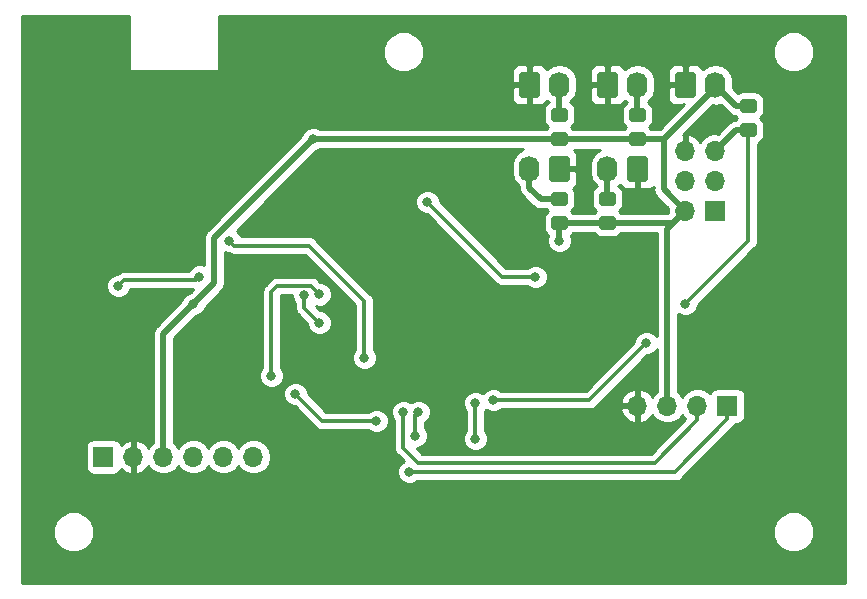
<source format=gbr>
G04 #@! TF.GenerationSoftware,KiCad,Pcbnew,5.0.1*
G04 #@! TF.CreationDate,2018-10-29T01:07:12-05:00*
G04 #@! TF.ProjectId,RDP-Environmental,5244502D456E7669726F6E6D656E7461,01*
G04 #@! TF.SameCoordinates,Original*
G04 #@! TF.FileFunction,Copper,L2,Bot,Signal*
G04 #@! TF.FilePolarity,Positive*
%FSLAX46Y46*%
G04 Gerber Fmt 4.6, Leading zero omitted, Abs format (unit mm)*
G04 Created by KiCad (PCBNEW 5.0.1) date Mon 29 Oct 2018 01:07:12 AM CDT*
%MOMM*%
%LPD*%
G01*
G04 APERTURE LIST*
G04 #@! TA.AperFunction,ComponentPad*
%ADD10R,1.700000X1.700000*%
G04 #@! TD*
G04 #@! TA.AperFunction,ComponentPad*
%ADD11O,1.700000X1.700000*%
G04 #@! TD*
G04 #@! TA.AperFunction,ComponentPad*
%ADD12O,1.740000X2.200000*%
G04 #@! TD*
G04 #@! TA.AperFunction,Conductor*
%ADD13C,0.100000*%
G04 #@! TD*
G04 #@! TA.AperFunction,ComponentPad*
%ADD14C,1.740000*%
G04 #@! TD*
G04 #@! TA.AperFunction,SMDPad,CuDef*
%ADD15C,1.150000*%
G04 #@! TD*
G04 #@! TA.AperFunction,ViaPad*
%ADD16C,0.800000*%
G04 #@! TD*
G04 #@! TA.AperFunction,Conductor*
%ADD17C,0.300000*%
G04 #@! TD*
G04 #@! TA.AperFunction,Conductor*
%ADD18C,0.500000*%
G04 #@! TD*
G04 #@! TA.AperFunction,Conductor*
%ADD19C,0.254000*%
G04 #@! TD*
G04 APERTURE END LIST*
D10*
G04 #@! TO.P,J1,1*
G04 #@! TO.N,Net-(J1-Pad1)*
X30480000Y-59690000D03*
D11*
G04 #@! TO.P,J1,2*
G04 #@! TO.N,GND*
X33020000Y-59690000D03*
G04 #@! TO.P,J1,3*
G04 #@! TO.N,+3V3*
X35560000Y-59690000D03*
G04 #@! TO.P,J1,4*
G04 #@! TO.N,/RXD*
X38100000Y-59690000D03*
G04 #@! TO.P,J1,5*
G04 #@! TO.N,/TXD*
X40640000Y-59690000D03*
G04 #@! TO.P,J1,6*
G04 #@! TO.N,Net-(J1-Pad6)*
X43180000Y-59690000D03*
G04 #@! TD*
D10*
G04 #@! TO.P,J2,1*
G04 #@! TO.N,/SCLE*
X83312000Y-55372000D03*
D11*
G04 #@! TO.P,J2,2*
G04 #@! TO.N,/SDAD*
X80772000Y-55372000D03*
G04 #@! TO.P,J2,3*
G04 #@! TO.N,+3V3*
X78232000Y-55372000D03*
G04 #@! TO.P,J2,4*
G04 #@! TO.N,GND*
X75692000Y-55372000D03*
G04 #@! TD*
D12*
G04 #@! TO.P,J3,2*
G04 #@! TO.N,/RT1*
X69088000Y-28194000D03*
D13*
G04 #@! TD*
G04 #@! TO.N,GND*
G04 #@! TO.C,J3*
G36*
X67192505Y-27095204D02*
X67216773Y-27098804D01*
X67240572Y-27104765D01*
X67263671Y-27113030D01*
X67285850Y-27123520D01*
X67306893Y-27136132D01*
X67326599Y-27150747D01*
X67344777Y-27167223D01*
X67361253Y-27185401D01*
X67375868Y-27205107D01*
X67388480Y-27226150D01*
X67398970Y-27248329D01*
X67407235Y-27271428D01*
X67413196Y-27295227D01*
X67416796Y-27319495D01*
X67418000Y-27343999D01*
X67418000Y-29044001D01*
X67416796Y-29068505D01*
X67413196Y-29092773D01*
X67407235Y-29116572D01*
X67398970Y-29139671D01*
X67388480Y-29161850D01*
X67375868Y-29182893D01*
X67361253Y-29202599D01*
X67344777Y-29220777D01*
X67326599Y-29237253D01*
X67306893Y-29251868D01*
X67285850Y-29264480D01*
X67263671Y-29274970D01*
X67240572Y-29283235D01*
X67216773Y-29289196D01*
X67192505Y-29292796D01*
X67168001Y-29294000D01*
X65927999Y-29294000D01*
X65903495Y-29292796D01*
X65879227Y-29289196D01*
X65855428Y-29283235D01*
X65832329Y-29274970D01*
X65810150Y-29264480D01*
X65789107Y-29251868D01*
X65769401Y-29237253D01*
X65751223Y-29220777D01*
X65734747Y-29202599D01*
X65720132Y-29182893D01*
X65707520Y-29161850D01*
X65697030Y-29139671D01*
X65688765Y-29116572D01*
X65682804Y-29092773D01*
X65679204Y-29068505D01*
X65678000Y-29044001D01*
X65678000Y-27343999D01*
X65679204Y-27319495D01*
X65682804Y-27295227D01*
X65688765Y-27271428D01*
X65697030Y-27248329D01*
X65707520Y-27226150D01*
X65720132Y-27205107D01*
X65734747Y-27185401D01*
X65751223Y-27167223D01*
X65769401Y-27150747D01*
X65789107Y-27136132D01*
X65810150Y-27123520D01*
X65832329Y-27113030D01*
X65855428Y-27104765D01*
X65879227Y-27098804D01*
X65903495Y-27095204D01*
X65927999Y-27094000D01*
X67168001Y-27094000D01*
X67192505Y-27095204D01*
X67192505Y-27095204D01*
G37*
D14*
G04 #@! TO.P,J3,1*
G04 #@! TO.N,GND*
X66548000Y-28194000D03*
G04 #@! TD*
D13*
G04 #@! TO.N,GND*
G04 #@! TO.C,J4*
G36*
X73796505Y-27095204D02*
X73820773Y-27098804D01*
X73844572Y-27104765D01*
X73867671Y-27113030D01*
X73889850Y-27123520D01*
X73910893Y-27136132D01*
X73930599Y-27150747D01*
X73948777Y-27167223D01*
X73965253Y-27185401D01*
X73979868Y-27205107D01*
X73992480Y-27226150D01*
X74002970Y-27248329D01*
X74011235Y-27271428D01*
X74017196Y-27295227D01*
X74020796Y-27319495D01*
X74022000Y-27343999D01*
X74022000Y-29044001D01*
X74020796Y-29068505D01*
X74017196Y-29092773D01*
X74011235Y-29116572D01*
X74002970Y-29139671D01*
X73992480Y-29161850D01*
X73979868Y-29182893D01*
X73965253Y-29202599D01*
X73948777Y-29220777D01*
X73930599Y-29237253D01*
X73910893Y-29251868D01*
X73889850Y-29264480D01*
X73867671Y-29274970D01*
X73844572Y-29283235D01*
X73820773Y-29289196D01*
X73796505Y-29292796D01*
X73772001Y-29294000D01*
X72531999Y-29294000D01*
X72507495Y-29292796D01*
X72483227Y-29289196D01*
X72459428Y-29283235D01*
X72436329Y-29274970D01*
X72414150Y-29264480D01*
X72393107Y-29251868D01*
X72373401Y-29237253D01*
X72355223Y-29220777D01*
X72338747Y-29202599D01*
X72324132Y-29182893D01*
X72311520Y-29161850D01*
X72301030Y-29139671D01*
X72292765Y-29116572D01*
X72286804Y-29092773D01*
X72283204Y-29068505D01*
X72282000Y-29044001D01*
X72282000Y-27343999D01*
X72283204Y-27319495D01*
X72286804Y-27295227D01*
X72292765Y-27271428D01*
X72301030Y-27248329D01*
X72311520Y-27226150D01*
X72324132Y-27205107D01*
X72338747Y-27185401D01*
X72355223Y-27167223D01*
X72373401Y-27150747D01*
X72393107Y-27136132D01*
X72414150Y-27123520D01*
X72436329Y-27113030D01*
X72459428Y-27104765D01*
X72483227Y-27098804D01*
X72507495Y-27095204D01*
X72531999Y-27094000D01*
X73772001Y-27094000D01*
X73796505Y-27095204D01*
X73796505Y-27095204D01*
G37*
D14*
G04 #@! TD*
G04 #@! TO.P,J4,1*
G04 #@! TO.N,GND*
X73152000Y-28194000D03*
D12*
G04 #@! TO.P,J4,2*
G04 #@! TO.N,/RT2*
X75692000Y-28194000D03*
G04 #@! TD*
G04 #@! TO.P,J5,2*
G04 #@! TO.N,/RT3*
X66548000Y-35306000D03*
D13*
G04 #@! TD*
G04 #@! TO.N,GND*
G04 #@! TO.C,J5*
G36*
X69732505Y-34207204D02*
X69756773Y-34210804D01*
X69780572Y-34216765D01*
X69803671Y-34225030D01*
X69825850Y-34235520D01*
X69846893Y-34248132D01*
X69866599Y-34262747D01*
X69884777Y-34279223D01*
X69901253Y-34297401D01*
X69915868Y-34317107D01*
X69928480Y-34338150D01*
X69938970Y-34360329D01*
X69947235Y-34383428D01*
X69953196Y-34407227D01*
X69956796Y-34431495D01*
X69958000Y-34455999D01*
X69958000Y-36156001D01*
X69956796Y-36180505D01*
X69953196Y-36204773D01*
X69947235Y-36228572D01*
X69938970Y-36251671D01*
X69928480Y-36273850D01*
X69915868Y-36294893D01*
X69901253Y-36314599D01*
X69884777Y-36332777D01*
X69866599Y-36349253D01*
X69846893Y-36363868D01*
X69825850Y-36376480D01*
X69803671Y-36386970D01*
X69780572Y-36395235D01*
X69756773Y-36401196D01*
X69732505Y-36404796D01*
X69708001Y-36406000D01*
X68467999Y-36406000D01*
X68443495Y-36404796D01*
X68419227Y-36401196D01*
X68395428Y-36395235D01*
X68372329Y-36386970D01*
X68350150Y-36376480D01*
X68329107Y-36363868D01*
X68309401Y-36349253D01*
X68291223Y-36332777D01*
X68274747Y-36314599D01*
X68260132Y-36294893D01*
X68247520Y-36273850D01*
X68237030Y-36251671D01*
X68228765Y-36228572D01*
X68222804Y-36204773D01*
X68219204Y-36180505D01*
X68218000Y-36156001D01*
X68218000Y-34455999D01*
X68219204Y-34431495D01*
X68222804Y-34407227D01*
X68228765Y-34383428D01*
X68237030Y-34360329D01*
X68247520Y-34338150D01*
X68260132Y-34317107D01*
X68274747Y-34297401D01*
X68291223Y-34279223D01*
X68309401Y-34262747D01*
X68329107Y-34248132D01*
X68350150Y-34235520D01*
X68372329Y-34225030D01*
X68395428Y-34216765D01*
X68419227Y-34210804D01*
X68443495Y-34207204D01*
X68467999Y-34206000D01*
X69708001Y-34206000D01*
X69732505Y-34207204D01*
X69732505Y-34207204D01*
G37*
D14*
G04 #@! TO.P,J5,1*
G04 #@! TO.N,GND*
X69088000Y-35306000D03*
G04 #@! TD*
D13*
G04 #@! TO.N,GND*
G04 #@! TO.C,J6*
G36*
X76336505Y-34207204D02*
X76360773Y-34210804D01*
X76384572Y-34216765D01*
X76407671Y-34225030D01*
X76429850Y-34235520D01*
X76450893Y-34248132D01*
X76470599Y-34262747D01*
X76488777Y-34279223D01*
X76505253Y-34297401D01*
X76519868Y-34317107D01*
X76532480Y-34338150D01*
X76542970Y-34360329D01*
X76551235Y-34383428D01*
X76557196Y-34407227D01*
X76560796Y-34431495D01*
X76562000Y-34455999D01*
X76562000Y-36156001D01*
X76560796Y-36180505D01*
X76557196Y-36204773D01*
X76551235Y-36228572D01*
X76542970Y-36251671D01*
X76532480Y-36273850D01*
X76519868Y-36294893D01*
X76505253Y-36314599D01*
X76488777Y-36332777D01*
X76470599Y-36349253D01*
X76450893Y-36363868D01*
X76429850Y-36376480D01*
X76407671Y-36386970D01*
X76384572Y-36395235D01*
X76360773Y-36401196D01*
X76336505Y-36404796D01*
X76312001Y-36406000D01*
X75071999Y-36406000D01*
X75047495Y-36404796D01*
X75023227Y-36401196D01*
X74999428Y-36395235D01*
X74976329Y-36386970D01*
X74954150Y-36376480D01*
X74933107Y-36363868D01*
X74913401Y-36349253D01*
X74895223Y-36332777D01*
X74878747Y-36314599D01*
X74864132Y-36294893D01*
X74851520Y-36273850D01*
X74841030Y-36251671D01*
X74832765Y-36228572D01*
X74826804Y-36204773D01*
X74823204Y-36180505D01*
X74822000Y-36156001D01*
X74822000Y-34455999D01*
X74823204Y-34431495D01*
X74826804Y-34407227D01*
X74832765Y-34383428D01*
X74841030Y-34360329D01*
X74851520Y-34338150D01*
X74864132Y-34317107D01*
X74878747Y-34297401D01*
X74895223Y-34279223D01*
X74913401Y-34262747D01*
X74933107Y-34248132D01*
X74954150Y-34235520D01*
X74976329Y-34225030D01*
X74999428Y-34216765D01*
X75023227Y-34210804D01*
X75047495Y-34207204D01*
X75071999Y-34206000D01*
X76312001Y-34206000D01*
X76336505Y-34207204D01*
X76336505Y-34207204D01*
G37*
D14*
G04 #@! TD*
G04 #@! TO.P,J6,1*
G04 #@! TO.N,GND*
X75692000Y-35306000D03*
D12*
G04 #@! TO.P,J6,2*
G04 #@! TO.N,/RT4*
X73152000Y-35306000D03*
G04 #@! TD*
D13*
G04 #@! TO.N,GND*
G04 #@! TO.C,J7*
G36*
X80400505Y-27095204D02*
X80424773Y-27098804D01*
X80448572Y-27104765D01*
X80471671Y-27113030D01*
X80493850Y-27123520D01*
X80514893Y-27136132D01*
X80534599Y-27150747D01*
X80552777Y-27167223D01*
X80569253Y-27185401D01*
X80583868Y-27205107D01*
X80596480Y-27226150D01*
X80606970Y-27248329D01*
X80615235Y-27271428D01*
X80621196Y-27295227D01*
X80624796Y-27319495D01*
X80626000Y-27343999D01*
X80626000Y-29044001D01*
X80624796Y-29068505D01*
X80621196Y-29092773D01*
X80615235Y-29116572D01*
X80606970Y-29139671D01*
X80596480Y-29161850D01*
X80583868Y-29182893D01*
X80569253Y-29202599D01*
X80552777Y-29220777D01*
X80534599Y-29237253D01*
X80514893Y-29251868D01*
X80493850Y-29264480D01*
X80471671Y-29274970D01*
X80448572Y-29283235D01*
X80424773Y-29289196D01*
X80400505Y-29292796D01*
X80376001Y-29294000D01*
X79135999Y-29294000D01*
X79111495Y-29292796D01*
X79087227Y-29289196D01*
X79063428Y-29283235D01*
X79040329Y-29274970D01*
X79018150Y-29264480D01*
X78997107Y-29251868D01*
X78977401Y-29237253D01*
X78959223Y-29220777D01*
X78942747Y-29202599D01*
X78928132Y-29182893D01*
X78915520Y-29161850D01*
X78905030Y-29139671D01*
X78896765Y-29116572D01*
X78890804Y-29092773D01*
X78887204Y-29068505D01*
X78886000Y-29044001D01*
X78886000Y-27343999D01*
X78887204Y-27319495D01*
X78890804Y-27295227D01*
X78896765Y-27271428D01*
X78905030Y-27248329D01*
X78915520Y-27226150D01*
X78928132Y-27205107D01*
X78942747Y-27185401D01*
X78959223Y-27167223D01*
X78977401Y-27150747D01*
X78997107Y-27136132D01*
X79018150Y-27123520D01*
X79040329Y-27113030D01*
X79063428Y-27104765D01*
X79087227Y-27098804D01*
X79111495Y-27095204D01*
X79135999Y-27094000D01*
X80376001Y-27094000D01*
X80400505Y-27095204D01*
X80400505Y-27095204D01*
G37*
D14*
G04 #@! TD*
G04 #@! TO.P,J7,1*
G04 #@! TO.N,GND*
X79756000Y-28194000D03*
D12*
G04 #@! TO.P,J7,2*
G04 #@! TO.N,+3V3*
X82296000Y-28194000D03*
G04 #@! TD*
D10*
G04 #@! TO.P,J8,1*
G04 #@! TO.N,/PDI-DATA*
X82296000Y-38862000D03*
D11*
G04 #@! TO.P,J8,2*
G04 #@! TO.N,+3V3*
X79756000Y-38862000D03*
G04 #@! TO.P,J8,3*
G04 #@! TO.N,Net-(J8-Pad3)*
X82296000Y-36322000D03*
G04 #@! TO.P,J8,4*
G04 #@! TO.N,Net-(J8-Pad4)*
X79756000Y-36322000D03*
G04 #@! TO.P,J8,5*
G04 #@! TO.N,/PDI-CLK*
X82296000Y-33782000D03*
G04 #@! TO.P,J8,6*
G04 #@! TO.N,GND*
X79756000Y-33782000D03*
G04 #@! TD*
D13*
G04 #@! TO.N,/RT1*
G04 #@! TO.C,R1*
G36*
X69562505Y-30151204D02*
X69586773Y-30154804D01*
X69610572Y-30160765D01*
X69633671Y-30169030D01*
X69655850Y-30179520D01*
X69676893Y-30192132D01*
X69696599Y-30206747D01*
X69714777Y-30223223D01*
X69731253Y-30241401D01*
X69745868Y-30261107D01*
X69758480Y-30282150D01*
X69768970Y-30304329D01*
X69777235Y-30327428D01*
X69783196Y-30351227D01*
X69786796Y-30375495D01*
X69788000Y-30399999D01*
X69788000Y-31050001D01*
X69786796Y-31074505D01*
X69783196Y-31098773D01*
X69777235Y-31122572D01*
X69768970Y-31145671D01*
X69758480Y-31167850D01*
X69745868Y-31188893D01*
X69731253Y-31208599D01*
X69714777Y-31226777D01*
X69696599Y-31243253D01*
X69676893Y-31257868D01*
X69655850Y-31270480D01*
X69633671Y-31280970D01*
X69610572Y-31289235D01*
X69586773Y-31295196D01*
X69562505Y-31298796D01*
X69538001Y-31300000D01*
X68637999Y-31300000D01*
X68613495Y-31298796D01*
X68589227Y-31295196D01*
X68565428Y-31289235D01*
X68542329Y-31280970D01*
X68520150Y-31270480D01*
X68499107Y-31257868D01*
X68479401Y-31243253D01*
X68461223Y-31226777D01*
X68444747Y-31208599D01*
X68430132Y-31188893D01*
X68417520Y-31167850D01*
X68407030Y-31145671D01*
X68398765Y-31122572D01*
X68392804Y-31098773D01*
X68389204Y-31074505D01*
X68388000Y-31050001D01*
X68388000Y-30399999D01*
X68389204Y-30375495D01*
X68392804Y-30351227D01*
X68398765Y-30327428D01*
X68407030Y-30304329D01*
X68417520Y-30282150D01*
X68430132Y-30261107D01*
X68444747Y-30241401D01*
X68461223Y-30223223D01*
X68479401Y-30206747D01*
X68499107Y-30192132D01*
X68520150Y-30179520D01*
X68542329Y-30169030D01*
X68565428Y-30160765D01*
X68589227Y-30154804D01*
X68613495Y-30151204D01*
X68637999Y-30150000D01*
X69538001Y-30150000D01*
X69562505Y-30151204D01*
X69562505Y-30151204D01*
G37*
D15*
G04 #@! TD*
G04 #@! TO.P,R1,2*
G04 #@! TO.N,/RT1*
X69088000Y-30725000D03*
D13*
G04 #@! TO.N,+3V3*
G04 #@! TO.C,R1*
G36*
X69562505Y-32201204D02*
X69586773Y-32204804D01*
X69610572Y-32210765D01*
X69633671Y-32219030D01*
X69655850Y-32229520D01*
X69676893Y-32242132D01*
X69696599Y-32256747D01*
X69714777Y-32273223D01*
X69731253Y-32291401D01*
X69745868Y-32311107D01*
X69758480Y-32332150D01*
X69768970Y-32354329D01*
X69777235Y-32377428D01*
X69783196Y-32401227D01*
X69786796Y-32425495D01*
X69788000Y-32449999D01*
X69788000Y-33100001D01*
X69786796Y-33124505D01*
X69783196Y-33148773D01*
X69777235Y-33172572D01*
X69768970Y-33195671D01*
X69758480Y-33217850D01*
X69745868Y-33238893D01*
X69731253Y-33258599D01*
X69714777Y-33276777D01*
X69696599Y-33293253D01*
X69676893Y-33307868D01*
X69655850Y-33320480D01*
X69633671Y-33330970D01*
X69610572Y-33339235D01*
X69586773Y-33345196D01*
X69562505Y-33348796D01*
X69538001Y-33350000D01*
X68637999Y-33350000D01*
X68613495Y-33348796D01*
X68589227Y-33345196D01*
X68565428Y-33339235D01*
X68542329Y-33330970D01*
X68520150Y-33320480D01*
X68499107Y-33307868D01*
X68479401Y-33293253D01*
X68461223Y-33276777D01*
X68444747Y-33258599D01*
X68430132Y-33238893D01*
X68417520Y-33217850D01*
X68407030Y-33195671D01*
X68398765Y-33172572D01*
X68392804Y-33148773D01*
X68389204Y-33124505D01*
X68388000Y-33100001D01*
X68388000Y-32449999D01*
X68389204Y-32425495D01*
X68392804Y-32401227D01*
X68398765Y-32377428D01*
X68407030Y-32354329D01*
X68417520Y-32332150D01*
X68430132Y-32311107D01*
X68444747Y-32291401D01*
X68461223Y-32273223D01*
X68479401Y-32256747D01*
X68499107Y-32242132D01*
X68520150Y-32229520D01*
X68542329Y-32219030D01*
X68565428Y-32210765D01*
X68589227Y-32204804D01*
X68613495Y-32201204D01*
X68637999Y-32200000D01*
X69538001Y-32200000D01*
X69562505Y-32201204D01*
X69562505Y-32201204D01*
G37*
D15*
G04 #@! TD*
G04 #@! TO.P,R1,1*
G04 #@! TO.N,+3V3*
X69088000Y-32775000D03*
D13*
G04 #@! TO.N,+3V3*
G04 #@! TO.C,R2*
G36*
X76166505Y-32210204D02*
X76190773Y-32213804D01*
X76214572Y-32219765D01*
X76237671Y-32228030D01*
X76259850Y-32238520D01*
X76280893Y-32251132D01*
X76300599Y-32265747D01*
X76318777Y-32282223D01*
X76335253Y-32300401D01*
X76349868Y-32320107D01*
X76362480Y-32341150D01*
X76372970Y-32363329D01*
X76381235Y-32386428D01*
X76387196Y-32410227D01*
X76390796Y-32434495D01*
X76392000Y-32458999D01*
X76392000Y-33109001D01*
X76390796Y-33133505D01*
X76387196Y-33157773D01*
X76381235Y-33181572D01*
X76372970Y-33204671D01*
X76362480Y-33226850D01*
X76349868Y-33247893D01*
X76335253Y-33267599D01*
X76318777Y-33285777D01*
X76300599Y-33302253D01*
X76280893Y-33316868D01*
X76259850Y-33329480D01*
X76237671Y-33339970D01*
X76214572Y-33348235D01*
X76190773Y-33354196D01*
X76166505Y-33357796D01*
X76142001Y-33359000D01*
X75241999Y-33359000D01*
X75217495Y-33357796D01*
X75193227Y-33354196D01*
X75169428Y-33348235D01*
X75146329Y-33339970D01*
X75124150Y-33329480D01*
X75103107Y-33316868D01*
X75083401Y-33302253D01*
X75065223Y-33285777D01*
X75048747Y-33267599D01*
X75034132Y-33247893D01*
X75021520Y-33226850D01*
X75011030Y-33204671D01*
X75002765Y-33181572D01*
X74996804Y-33157773D01*
X74993204Y-33133505D01*
X74992000Y-33109001D01*
X74992000Y-32458999D01*
X74993204Y-32434495D01*
X74996804Y-32410227D01*
X75002765Y-32386428D01*
X75011030Y-32363329D01*
X75021520Y-32341150D01*
X75034132Y-32320107D01*
X75048747Y-32300401D01*
X75065223Y-32282223D01*
X75083401Y-32265747D01*
X75103107Y-32251132D01*
X75124150Y-32238520D01*
X75146329Y-32228030D01*
X75169428Y-32219765D01*
X75193227Y-32213804D01*
X75217495Y-32210204D01*
X75241999Y-32209000D01*
X76142001Y-32209000D01*
X76166505Y-32210204D01*
X76166505Y-32210204D01*
G37*
D15*
G04 #@! TD*
G04 #@! TO.P,R2,1*
G04 #@! TO.N,+3V3*
X75692000Y-32784000D03*
D13*
G04 #@! TO.N,/RT2*
G04 #@! TO.C,R2*
G36*
X76166910Y-30160202D02*
X76191135Y-30163795D01*
X76214891Y-30169746D01*
X76237949Y-30177996D01*
X76260087Y-30188467D01*
X76281093Y-30201057D01*
X76300763Y-30215645D01*
X76318908Y-30232092D01*
X76335355Y-30250237D01*
X76349943Y-30269907D01*
X76362533Y-30290913D01*
X76373004Y-30313051D01*
X76381254Y-30336109D01*
X76387205Y-30359865D01*
X76390798Y-30384090D01*
X76392000Y-30408550D01*
X76392000Y-31059450D01*
X76390798Y-31083910D01*
X76387205Y-31108135D01*
X76381254Y-31131891D01*
X76373004Y-31154949D01*
X76362533Y-31177087D01*
X76349943Y-31198093D01*
X76335355Y-31217763D01*
X76318908Y-31235908D01*
X76300763Y-31252355D01*
X76281093Y-31266943D01*
X76260087Y-31279533D01*
X76237949Y-31290004D01*
X76214891Y-31298254D01*
X76191135Y-31304205D01*
X76166910Y-31307798D01*
X76142450Y-31309000D01*
X75241550Y-31309000D01*
X75217090Y-31307798D01*
X75192865Y-31304205D01*
X75169109Y-31298254D01*
X75146051Y-31290004D01*
X75123913Y-31279533D01*
X75102907Y-31266943D01*
X75083237Y-31252355D01*
X75065092Y-31235908D01*
X75048645Y-31217763D01*
X75034057Y-31198093D01*
X75021467Y-31177087D01*
X75010996Y-31154949D01*
X75002746Y-31131891D01*
X74996795Y-31108135D01*
X74993202Y-31083910D01*
X74992000Y-31059450D01*
X74992000Y-30408550D01*
X74993202Y-30384090D01*
X74996795Y-30359865D01*
X75002746Y-30336109D01*
X75010996Y-30313051D01*
X75021467Y-30290913D01*
X75034057Y-30269907D01*
X75048645Y-30250237D01*
X75065092Y-30232092D01*
X75083237Y-30215645D01*
X75102907Y-30201057D01*
X75123913Y-30188467D01*
X75146051Y-30177996D01*
X75169109Y-30169746D01*
X75192865Y-30163795D01*
X75217090Y-30160202D01*
X75241550Y-30159000D01*
X76142450Y-30159000D01*
X76166910Y-30160202D01*
X76166910Y-30160202D01*
G37*
D15*
G04 #@! TD*
G04 #@! TO.P,R2,2*
G04 #@! TO.N,/RT2*
X75692000Y-30734000D03*
D13*
G04 #@! TO.N,/RT3*
G04 #@! TO.C,R3*
G36*
X69562505Y-37272204D02*
X69586773Y-37275804D01*
X69610572Y-37281765D01*
X69633671Y-37290030D01*
X69655850Y-37300520D01*
X69676893Y-37313132D01*
X69696599Y-37327747D01*
X69714777Y-37344223D01*
X69731253Y-37362401D01*
X69745868Y-37382107D01*
X69758480Y-37403150D01*
X69768970Y-37425329D01*
X69777235Y-37448428D01*
X69783196Y-37472227D01*
X69786796Y-37496495D01*
X69788000Y-37520999D01*
X69788000Y-38171001D01*
X69786796Y-38195505D01*
X69783196Y-38219773D01*
X69777235Y-38243572D01*
X69768970Y-38266671D01*
X69758480Y-38288850D01*
X69745868Y-38309893D01*
X69731253Y-38329599D01*
X69714777Y-38347777D01*
X69696599Y-38364253D01*
X69676893Y-38378868D01*
X69655850Y-38391480D01*
X69633671Y-38401970D01*
X69610572Y-38410235D01*
X69586773Y-38416196D01*
X69562505Y-38419796D01*
X69538001Y-38421000D01*
X68637999Y-38421000D01*
X68613495Y-38419796D01*
X68589227Y-38416196D01*
X68565428Y-38410235D01*
X68542329Y-38401970D01*
X68520150Y-38391480D01*
X68499107Y-38378868D01*
X68479401Y-38364253D01*
X68461223Y-38347777D01*
X68444747Y-38329599D01*
X68430132Y-38309893D01*
X68417520Y-38288850D01*
X68407030Y-38266671D01*
X68398765Y-38243572D01*
X68392804Y-38219773D01*
X68389204Y-38195505D01*
X68388000Y-38171001D01*
X68388000Y-37520999D01*
X68389204Y-37496495D01*
X68392804Y-37472227D01*
X68398765Y-37448428D01*
X68407030Y-37425329D01*
X68417520Y-37403150D01*
X68430132Y-37382107D01*
X68444747Y-37362401D01*
X68461223Y-37344223D01*
X68479401Y-37327747D01*
X68499107Y-37313132D01*
X68520150Y-37300520D01*
X68542329Y-37290030D01*
X68565428Y-37281765D01*
X68589227Y-37275804D01*
X68613495Y-37272204D01*
X68637999Y-37271000D01*
X69538001Y-37271000D01*
X69562505Y-37272204D01*
X69562505Y-37272204D01*
G37*
D15*
G04 #@! TD*
G04 #@! TO.P,R3,2*
G04 #@! TO.N,/RT3*
X69088000Y-37846000D03*
D13*
G04 #@! TO.N,+3V3*
G04 #@! TO.C,R3*
G36*
X69562505Y-39322204D02*
X69586773Y-39325804D01*
X69610572Y-39331765D01*
X69633671Y-39340030D01*
X69655850Y-39350520D01*
X69676893Y-39363132D01*
X69696599Y-39377747D01*
X69714777Y-39394223D01*
X69731253Y-39412401D01*
X69745868Y-39432107D01*
X69758480Y-39453150D01*
X69768970Y-39475329D01*
X69777235Y-39498428D01*
X69783196Y-39522227D01*
X69786796Y-39546495D01*
X69788000Y-39570999D01*
X69788000Y-40221001D01*
X69786796Y-40245505D01*
X69783196Y-40269773D01*
X69777235Y-40293572D01*
X69768970Y-40316671D01*
X69758480Y-40338850D01*
X69745868Y-40359893D01*
X69731253Y-40379599D01*
X69714777Y-40397777D01*
X69696599Y-40414253D01*
X69676893Y-40428868D01*
X69655850Y-40441480D01*
X69633671Y-40451970D01*
X69610572Y-40460235D01*
X69586773Y-40466196D01*
X69562505Y-40469796D01*
X69538001Y-40471000D01*
X68637999Y-40471000D01*
X68613495Y-40469796D01*
X68589227Y-40466196D01*
X68565428Y-40460235D01*
X68542329Y-40451970D01*
X68520150Y-40441480D01*
X68499107Y-40428868D01*
X68479401Y-40414253D01*
X68461223Y-40397777D01*
X68444747Y-40379599D01*
X68430132Y-40359893D01*
X68417520Y-40338850D01*
X68407030Y-40316671D01*
X68398765Y-40293572D01*
X68392804Y-40269773D01*
X68389204Y-40245505D01*
X68388000Y-40221001D01*
X68388000Y-39570999D01*
X68389204Y-39546495D01*
X68392804Y-39522227D01*
X68398765Y-39498428D01*
X68407030Y-39475329D01*
X68417520Y-39453150D01*
X68430132Y-39432107D01*
X68444747Y-39412401D01*
X68461223Y-39394223D01*
X68479401Y-39377747D01*
X68499107Y-39363132D01*
X68520150Y-39350520D01*
X68542329Y-39340030D01*
X68565428Y-39331765D01*
X68589227Y-39325804D01*
X68613495Y-39322204D01*
X68637999Y-39321000D01*
X69538001Y-39321000D01*
X69562505Y-39322204D01*
X69562505Y-39322204D01*
G37*
D15*
G04 #@! TD*
G04 #@! TO.P,R3,1*
G04 #@! TO.N,+3V3*
X69088000Y-39896000D03*
D13*
G04 #@! TO.N,+3V3*
G04 #@! TO.C,R4*
G36*
X73626505Y-39313204D02*
X73650773Y-39316804D01*
X73674572Y-39322765D01*
X73697671Y-39331030D01*
X73719850Y-39341520D01*
X73740893Y-39354132D01*
X73760599Y-39368747D01*
X73778777Y-39385223D01*
X73795253Y-39403401D01*
X73809868Y-39423107D01*
X73822480Y-39444150D01*
X73832970Y-39466329D01*
X73841235Y-39489428D01*
X73847196Y-39513227D01*
X73850796Y-39537495D01*
X73852000Y-39561999D01*
X73852000Y-40212001D01*
X73850796Y-40236505D01*
X73847196Y-40260773D01*
X73841235Y-40284572D01*
X73832970Y-40307671D01*
X73822480Y-40329850D01*
X73809868Y-40350893D01*
X73795253Y-40370599D01*
X73778777Y-40388777D01*
X73760599Y-40405253D01*
X73740893Y-40419868D01*
X73719850Y-40432480D01*
X73697671Y-40442970D01*
X73674572Y-40451235D01*
X73650773Y-40457196D01*
X73626505Y-40460796D01*
X73602001Y-40462000D01*
X72701999Y-40462000D01*
X72677495Y-40460796D01*
X72653227Y-40457196D01*
X72629428Y-40451235D01*
X72606329Y-40442970D01*
X72584150Y-40432480D01*
X72563107Y-40419868D01*
X72543401Y-40405253D01*
X72525223Y-40388777D01*
X72508747Y-40370599D01*
X72494132Y-40350893D01*
X72481520Y-40329850D01*
X72471030Y-40307671D01*
X72462765Y-40284572D01*
X72456804Y-40260773D01*
X72453204Y-40236505D01*
X72452000Y-40212001D01*
X72452000Y-39561999D01*
X72453204Y-39537495D01*
X72456804Y-39513227D01*
X72462765Y-39489428D01*
X72471030Y-39466329D01*
X72481520Y-39444150D01*
X72494132Y-39423107D01*
X72508747Y-39403401D01*
X72525223Y-39385223D01*
X72543401Y-39368747D01*
X72563107Y-39354132D01*
X72584150Y-39341520D01*
X72606329Y-39331030D01*
X72629428Y-39322765D01*
X72653227Y-39316804D01*
X72677495Y-39313204D01*
X72701999Y-39312000D01*
X73602001Y-39312000D01*
X73626505Y-39313204D01*
X73626505Y-39313204D01*
G37*
D15*
G04 #@! TD*
G04 #@! TO.P,R4,1*
G04 #@! TO.N,+3V3*
X73152000Y-39887000D03*
D13*
G04 #@! TO.N,/RT4*
G04 #@! TO.C,R4*
G36*
X73626505Y-37263204D02*
X73650773Y-37266804D01*
X73674572Y-37272765D01*
X73697671Y-37281030D01*
X73719850Y-37291520D01*
X73740893Y-37304132D01*
X73760599Y-37318747D01*
X73778777Y-37335223D01*
X73795253Y-37353401D01*
X73809868Y-37373107D01*
X73822480Y-37394150D01*
X73832970Y-37416329D01*
X73841235Y-37439428D01*
X73847196Y-37463227D01*
X73850796Y-37487495D01*
X73852000Y-37511999D01*
X73852000Y-38162001D01*
X73850796Y-38186505D01*
X73847196Y-38210773D01*
X73841235Y-38234572D01*
X73832970Y-38257671D01*
X73822480Y-38279850D01*
X73809868Y-38300893D01*
X73795253Y-38320599D01*
X73778777Y-38338777D01*
X73760599Y-38355253D01*
X73740893Y-38369868D01*
X73719850Y-38382480D01*
X73697671Y-38392970D01*
X73674572Y-38401235D01*
X73650773Y-38407196D01*
X73626505Y-38410796D01*
X73602001Y-38412000D01*
X72701999Y-38412000D01*
X72677495Y-38410796D01*
X72653227Y-38407196D01*
X72629428Y-38401235D01*
X72606329Y-38392970D01*
X72584150Y-38382480D01*
X72563107Y-38369868D01*
X72543401Y-38355253D01*
X72525223Y-38338777D01*
X72508747Y-38320599D01*
X72494132Y-38300893D01*
X72481520Y-38279850D01*
X72471030Y-38257671D01*
X72462765Y-38234572D01*
X72456804Y-38210773D01*
X72453204Y-38186505D01*
X72452000Y-38162001D01*
X72452000Y-37511999D01*
X72453204Y-37487495D01*
X72456804Y-37463227D01*
X72462765Y-37439428D01*
X72471030Y-37416329D01*
X72481520Y-37394150D01*
X72494132Y-37373107D01*
X72508747Y-37353401D01*
X72525223Y-37335223D01*
X72543401Y-37318747D01*
X72563107Y-37304132D01*
X72584150Y-37291520D01*
X72606329Y-37281030D01*
X72629428Y-37272765D01*
X72653227Y-37266804D01*
X72677495Y-37263204D01*
X72701999Y-37262000D01*
X73602001Y-37262000D01*
X73626505Y-37263204D01*
X73626505Y-37263204D01*
G37*
D15*
G04 #@! TD*
G04 #@! TO.P,R4,2*
G04 #@! TO.N,/RT4*
X73152000Y-37837000D03*
D13*
G04 #@! TO.N,/PDI-CLK*
G04 #@! TO.C,R8*
G36*
X85564505Y-31439204D02*
X85588773Y-31442804D01*
X85612572Y-31448765D01*
X85635671Y-31457030D01*
X85657850Y-31467520D01*
X85678893Y-31480132D01*
X85698599Y-31494747D01*
X85716777Y-31511223D01*
X85733253Y-31529401D01*
X85747868Y-31549107D01*
X85760480Y-31570150D01*
X85770970Y-31592329D01*
X85779235Y-31615428D01*
X85785196Y-31639227D01*
X85788796Y-31663495D01*
X85790000Y-31687999D01*
X85790000Y-32338001D01*
X85788796Y-32362505D01*
X85785196Y-32386773D01*
X85779235Y-32410572D01*
X85770970Y-32433671D01*
X85760480Y-32455850D01*
X85747868Y-32476893D01*
X85733253Y-32496599D01*
X85716777Y-32514777D01*
X85698599Y-32531253D01*
X85678893Y-32545868D01*
X85657850Y-32558480D01*
X85635671Y-32568970D01*
X85612572Y-32577235D01*
X85588773Y-32583196D01*
X85564505Y-32586796D01*
X85540001Y-32588000D01*
X84639999Y-32588000D01*
X84615495Y-32586796D01*
X84591227Y-32583196D01*
X84567428Y-32577235D01*
X84544329Y-32568970D01*
X84522150Y-32558480D01*
X84501107Y-32545868D01*
X84481401Y-32531253D01*
X84463223Y-32514777D01*
X84446747Y-32496599D01*
X84432132Y-32476893D01*
X84419520Y-32455850D01*
X84409030Y-32433671D01*
X84400765Y-32410572D01*
X84394804Y-32386773D01*
X84391204Y-32362505D01*
X84390000Y-32338001D01*
X84390000Y-31687999D01*
X84391204Y-31663495D01*
X84394804Y-31639227D01*
X84400765Y-31615428D01*
X84409030Y-31592329D01*
X84419520Y-31570150D01*
X84432132Y-31549107D01*
X84446747Y-31529401D01*
X84463223Y-31511223D01*
X84481401Y-31494747D01*
X84501107Y-31480132D01*
X84522150Y-31467520D01*
X84544329Y-31457030D01*
X84567428Y-31448765D01*
X84591227Y-31442804D01*
X84615495Y-31439204D01*
X84639999Y-31438000D01*
X85540001Y-31438000D01*
X85564505Y-31439204D01*
X85564505Y-31439204D01*
G37*
D15*
G04 #@! TD*
G04 #@! TO.P,R8,1*
G04 #@! TO.N,/PDI-CLK*
X85090000Y-32013000D03*
D13*
G04 #@! TO.N,+3V3*
G04 #@! TO.C,R8*
G36*
X85564505Y-29389204D02*
X85588773Y-29392804D01*
X85612572Y-29398765D01*
X85635671Y-29407030D01*
X85657850Y-29417520D01*
X85678893Y-29430132D01*
X85698599Y-29444747D01*
X85716777Y-29461223D01*
X85733253Y-29479401D01*
X85747868Y-29499107D01*
X85760480Y-29520150D01*
X85770970Y-29542329D01*
X85779235Y-29565428D01*
X85785196Y-29589227D01*
X85788796Y-29613495D01*
X85790000Y-29637999D01*
X85790000Y-30288001D01*
X85788796Y-30312505D01*
X85785196Y-30336773D01*
X85779235Y-30360572D01*
X85770970Y-30383671D01*
X85760480Y-30405850D01*
X85747868Y-30426893D01*
X85733253Y-30446599D01*
X85716777Y-30464777D01*
X85698599Y-30481253D01*
X85678893Y-30495868D01*
X85657850Y-30508480D01*
X85635671Y-30518970D01*
X85612572Y-30527235D01*
X85588773Y-30533196D01*
X85564505Y-30536796D01*
X85540001Y-30538000D01*
X84639999Y-30538000D01*
X84615495Y-30536796D01*
X84591227Y-30533196D01*
X84567428Y-30527235D01*
X84544329Y-30518970D01*
X84522150Y-30508480D01*
X84501107Y-30495868D01*
X84481401Y-30481253D01*
X84463223Y-30464777D01*
X84446747Y-30446599D01*
X84432132Y-30426893D01*
X84419520Y-30405850D01*
X84409030Y-30383671D01*
X84400765Y-30360572D01*
X84394804Y-30336773D01*
X84391204Y-30312505D01*
X84390000Y-30288001D01*
X84390000Y-29637999D01*
X84391204Y-29613495D01*
X84394804Y-29589227D01*
X84400765Y-29565428D01*
X84409030Y-29542329D01*
X84419520Y-29520150D01*
X84432132Y-29499107D01*
X84446747Y-29479401D01*
X84463223Y-29461223D01*
X84481401Y-29444747D01*
X84501107Y-29430132D01*
X84522150Y-29417520D01*
X84544329Y-29407030D01*
X84567428Y-29398765D01*
X84591227Y-29392804D01*
X84615495Y-29389204D01*
X84639999Y-29388000D01*
X85540001Y-29388000D01*
X85564505Y-29389204D01*
X85564505Y-29389204D01*
G37*
D15*
G04 #@! TD*
G04 #@! TO.P,R8,2*
G04 #@! TO.N,+3V3*
X85090000Y-29963000D03*
D16*
G04 #@! TO.N,GND*
X56134000Y-48260000D03*
G04 #@! TO.N,Net-(C1-Pad1)*
X53594000Y-56642000D03*
X46736000Y-54356000D03*
X67056000Y-44450000D03*
X57912000Y-38100000D03*
G04 #@! TO.N,+3V3*
X38100000Y-46736000D03*
X69088000Y-41402000D03*
X48251000Y-32775000D03*
G04 #@! TO.N,/RXC*
X31750000Y-45212000D03*
X38608000Y-44424000D03*
G04 #@! TO.N,/PPS*
X52578000Y-51308000D03*
X41148000Y-41402000D03*
G04 #@! TO.N,/SCLE*
X56388000Y-60960000D03*
X56896000Y-57912000D03*
X57150000Y-55880000D03*
G04 #@! TO.N,/SDAD*
X55880000Y-55880000D03*
G04 #@! TO.N,/PDI-DATA*
X61976000Y-58166000D03*
X61976000Y-55118000D03*
G04 #@! TO.N,/PDI-CLK*
X79756000Y-46736000D03*
X76454000Y-50038000D03*
X63500000Y-54864000D03*
G04 #@! TO.N,/SCLKC*
X47498000Y-45974000D03*
X48768000Y-48324000D03*
G04 #@! TO.N,/SSC*
X44704000Y-52832000D03*
X48768000Y-45924000D03*
G04 #@! TD*
D17*
G04 #@! TO.N,Net-(C1-Pad1)*
X53594000Y-56642000D02*
X49022000Y-56642000D01*
X49022000Y-56642000D02*
X46736000Y-54356000D01*
X67056000Y-44450000D02*
X64262000Y-44450000D01*
X64262000Y-44450000D02*
X57912000Y-38100000D01*
D18*
G04 #@! TO.N,+3V3*
X76492000Y-32784000D02*
X75692000Y-32784000D01*
X77936000Y-32784000D02*
X76492000Y-32784000D01*
X82296000Y-28424000D02*
X77936000Y-32784000D01*
X82296000Y-28194000D02*
X82296000Y-28424000D01*
X69097000Y-32784000D02*
X69088000Y-32775000D01*
X72898000Y-32784000D02*
X72626000Y-32784000D01*
X72898000Y-32784000D02*
X69097000Y-32784000D01*
X75692000Y-32784000D02*
X72898000Y-32784000D01*
X77936000Y-37042000D02*
X79756000Y-38862000D01*
X77936000Y-32784000D02*
X77936000Y-37042000D01*
X78731000Y-39887000D02*
X73152000Y-39887000D01*
X79756000Y-38862000D02*
X78731000Y-39887000D01*
X69097000Y-39887000D02*
X69088000Y-39896000D01*
X73152000Y-39887000D02*
X69097000Y-39887000D01*
X84065000Y-29963000D02*
X82296000Y-28194000D01*
X85090000Y-29963000D02*
X84065000Y-29963000D01*
X69088000Y-32775000D02*
X48251000Y-32775000D01*
X48251000Y-32775000D02*
X39878000Y-41148000D01*
X39878000Y-41148000D02*
X39878000Y-44958000D01*
X39878000Y-44958000D02*
X38100000Y-46736000D01*
X35560000Y-49276000D02*
X35560000Y-59690000D01*
X38100000Y-46736000D02*
X35560000Y-49276000D01*
X69088000Y-39896000D02*
X69088000Y-41402000D01*
X78232000Y-40386000D02*
X78232000Y-55372000D01*
X79756000Y-38862000D02*
X78232000Y-40386000D01*
D17*
G04 #@! TO.N,/RXC*
X32258000Y-44704000D02*
X31750000Y-45212000D01*
X32258000Y-44704000D02*
X38328000Y-44704000D01*
X38328000Y-44704000D02*
X38608000Y-44424000D01*
G04 #@! TO.N,/PPS*
X52578000Y-46482000D02*
X52578000Y-51308000D01*
X47897999Y-41801999D02*
X52578000Y-46482000D01*
X41547999Y-41801999D02*
X47897999Y-41801999D01*
X41148000Y-41402000D02*
X41547999Y-41801999D01*
G04 #@! TO.N,/SCLE*
X83312000Y-56522000D02*
X78874000Y-60960000D01*
X83312000Y-55372000D02*
X83312000Y-56522000D01*
X78874000Y-60960000D02*
X76708000Y-60960000D01*
X76708000Y-60960000D02*
X56388000Y-60960000D01*
X56896000Y-57912000D02*
X56896000Y-56134000D01*
X56896000Y-56134000D02*
X57150000Y-55880000D01*
G04 #@! TO.N,/SDAD*
X80772000Y-56574081D02*
X77148081Y-60198000D01*
X80772000Y-55372000D02*
X80772000Y-56574081D01*
X77148081Y-60198000D02*
X76708000Y-60198000D01*
X76708000Y-60198000D02*
X57150000Y-60198000D01*
X57150000Y-60198000D02*
X55880000Y-58928000D01*
X55880000Y-58928000D02*
X55880000Y-55880000D01*
D18*
G04 #@! TO.N,/RT1*
X69088000Y-30725000D02*
X69088000Y-28194000D01*
G04 #@! TO.N,/RT2*
X75692000Y-30734000D02*
X75692000Y-28194000D01*
G04 #@! TO.N,/RT3*
X66548000Y-36906000D02*
X66548000Y-35306000D01*
X67488000Y-37846000D02*
X66548000Y-36906000D01*
X69088000Y-37846000D02*
X67488000Y-37846000D01*
G04 #@! TO.N,/RT4*
X73152000Y-37837000D02*
X73152000Y-35306000D01*
D17*
G04 #@! TO.N,/PDI-DATA*
X61976000Y-58166000D02*
X61976000Y-55118000D01*
D18*
G04 #@! TO.N,/PDI-CLK*
X84065000Y-32013000D02*
X82296000Y-33782000D01*
X85090000Y-32013000D02*
X84065000Y-32013000D01*
D17*
X85090000Y-32013000D02*
X85090000Y-32688000D01*
X85090000Y-32688000D02*
X85090000Y-41402000D01*
X85090000Y-41402000D02*
X79756000Y-46736000D01*
X76454000Y-50038000D02*
X71628000Y-54864000D01*
X71628000Y-54864000D02*
X63500000Y-54864000D01*
G04 #@! TO.N,/SCLKC*
X47498000Y-45974000D02*
X47498000Y-47054000D01*
X47498000Y-47054000D02*
X48768000Y-48324000D01*
G04 #@! TO.N,/SSC*
X44704000Y-52832000D02*
X44704000Y-45720000D01*
X48067999Y-45223999D02*
X48768000Y-45924000D01*
X44704000Y-45720000D02*
X45200001Y-45223999D01*
X45200001Y-45223999D02*
X48067999Y-45223999D01*
G04 #@! TD*
D19*
G04 #@! TO.N,GND*
G36*
X32639000Y-26924000D02*
X32648667Y-26972601D01*
X32676197Y-27013803D01*
X32717399Y-27041333D01*
X32766000Y-27051000D01*
X40132000Y-27051000D01*
X40180601Y-27041333D01*
X40221803Y-27013803D01*
X40249333Y-26972601D01*
X40259000Y-26924000D01*
X40259000Y-25054887D01*
X54145000Y-25054887D01*
X54145000Y-25745113D01*
X54409138Y-26382799D01*
X54897201Y-26870862D01*
X55534887Y-27135000D01*
X56225113Y-27135000D01*
X56629035Y-26967690D01*
X65043000Y-26967690D01*
X65043000Y-27908250D01*
X65201750Y-28067000D01*
X66421000Y-28067000D01*
X66421000Y-26617750D01*
X66262250Y-26459000D01*
X65551691Y-26459000D01*
X65318302Y-26555673D01*
X65139673Y-26734301D01*
X65043000Y-26967690D01*
X56629035Y-26967690D01*
X56862799Y-26870862D01*
X57350862Y-26382799D01*
X57615000Y-25745113D01*
X57615000Y-25054887D01*
X87165000Y-25054887D01*
X87165000Y-25745113D01*
X87429138Y-26382799D01*
X87917201Y-26870862D01*
X88554887Y-27135000D01*
X89245113Y-27135000D01*
X89882799Y-26870862D01*
X90370862Y-26382799D01*
X90635000Y-25745113D01*
X90635000Y-25054887D01*
X90370862Y-24417201D01*
X89882799Y-23929138D01*
X89245113Y-23665000D01*
X88554887Y-23665000D01*
X87917201Y-23929138D01*
X87429138Y-24417201D01*
X87165000Y-25054887D01*
X57615000Y-25054887D01*
X57350862Y-24417201D01*
X56862799Y-23929138D01*
X56225113Y-23665000D01*
X55534887Y-23665000D01*
X54897201Y-23929138D01*
X54409138Y-24417201D01*
X54145000Y-25054887D01*
X40259000Y-25054887D01*
X40259000Y-22325000D01*
X93245001Y-22325000D01*
X93245000Y-70385000D01*
X23595000Y-70385000D01*
X23595000Y-65694887D01*
X26205000Y-65694887D01*
X26205000Y-66385113D01*
X26469138Y-67022799D01*
X26957201Y-67510862D01*
X27594887Y-67775000D01*
X28285113Y-67775000D01*
X28922799Y-67510862D01*
X29410862Y-67022799D01*
X29675000Y-66385113D01*
X29675000Y-65694887D01*
X87165000Y-65694887D01*
X87165000Y-66385113D01*
X87429138Y-67022799D01*
X87917201Y-67510862D01*
X88554887Y-67775000D01*
X89245113Y-67775000D01*
X89882799Y-67510862D01*
X90370862Y-67022799D01*
X90635000Y-66385113D01*
X90635000Y-65694887D01*
X90370862Y-65057201D01*
X89882799Y-64569138D01*
X89245113Y-64305000D01*
X88554887Y-64305000D01*
X87917201Y-64569138D01*
X87429138Y-65057201D01*
X87165000Y-65694887D01*
X29675000Y-65694887D01*
X29410862Y-65057201D01*
X28922799Y-64569138D01*
X28285113Y-64305000D01*
X27594887Y-64305000D01*
X26957201Y-64569138D01*
X26469138Y-65057201D01*
X26205000Y-65694887D01*
X23595000Y-65694887D01*
X23595000Y-58840000D01*
X28982560Y-58840000D01*
X28982560Y-60540000D01*
X29031843Y-60787765D01*
X29172191Y-60997809D01*
X29382235Y-61138157D01*
X29630000Y-61187440D01*
X31330000Y-61187440D01*
X31577765Y-61138157D01*
X31787809Y-60997809D01*
X31928157Y-60787765D01*
X31948739Y-60684292D01*
X32253076Y-60961645D01*
X32663110Y-61131476D01*
X32893000Y-61010155D01*
X32893000Y-59817000D01*
X32873000Y-59817000D01*
X32873000Y-59563000D01*
X32893000Y-59563000D01*
X32893000Y-58369845D01*
X32663110Y-58248524D01*
X32253076Y-58418355D01*
X31948739Y-58695708D01*
X31928157Y-58592235D01*
X31787809Y-58382191D01*
X31577765Y-58241843D01*
X31330000Y-58192560D01*
X29630000Y-58192560D01*
X29382235Y-58241843D01*
X29172191Y-58382191D01*
X29031843Y-58592235D01*
X28982560Y-58840000D01*
X23595000Y-58840000D01*
X23595000Y-45006126D01*
X30715000Y-45006126D01*
X30715000Y-45417874D01*
X30872569Y-45798280D01*
X31163720Y-46089431D01*
X31544126Y-46247000D01*
X31955874Y-46247000D01*
X32336280Y-46089431D01*
X32627431Y-45798280D01*
X32755539Y-45489000D01*
X38095422Y-45489000D01*
X37875853Y-45708569D01*
X37513720Y-45858569D01*
X37222569Y-46149720D01*
X37072569Y-46511852D01*
X34995847Y-48588575D01*
X34921951Y-48637951D01*
X34726348Y-48930691D01*
X34675000Y-49188836D01*
X34675000Y-49188839D01*
X34657663Y-49276000D01*
X34675000Y-49363161D01*
X34675001Y-58495344D01*
X34489375Y-58619375D01*
X34276157Y-58938478D01*
X34215183Y-58808642D01*
X33786924Y-58418355D01*
X33376890Y-58248524D01*
X33147000Y-58369845D01*
X33147000Y-59563000D01*
X33167000Y-59563000D01*
X33167000Y-59817000D01*
X33147000Y-59817000D01*
X33147000Y-61010155D01*
X33376890Y-61131476D01*
X33786924Y-60961645D01*
X34215183Y-60571358D01*
X34276157Y-60441522D01*
X34489375Y-60760625D01*
X34980582Y-61088839D01*
X35413744Y-61175000D01*
X35706256Y-61175000D01*
X36139418Y-61088839D01*
X36630625Y-60760625D01*
X36830000Y-60462239D01*
X37029375Y-60760625D01*
X37520582Y-61088839D01*
X37953744Y-61175000D01*
X38246256Y-61175000D01*
X38679418Y-61088839D01*
X39170625Y-60760625D01*
X39370000Y-60462239D01*
X39569375Y-60760625D01*
X40060582Y-61088839D01*
X40493744Y-61175000D01*
X40786256Y-61175000D01*
X41219418Y-61088839D01*
X41710625Y-60760625D01*
X41910000Y-60462239D01*
X42109375Y-60760625D01*
X42600582Y-61088839D01*
X43033744Y-61175000D01*
X43326256Y-61175000D01*
X43759418Y-61088839D01*
X44250625Y-60760625D01*
X44578839Y-60269418D01*
X44694092Y-59690000D01*
X44578839Y-59110582D01*
X44250625Y-58619375D01*
X43759418Y-58291161D01*
X43326256Y-58205000D01*
X43033744Y-58205000D01*
X42600582Y-58291161D01*
X42109375Y-58619375D01*
X41910000Y-58917761D01*
X41710625Y-58619375D01*
X41219418Y-58291161D01*
X40786256Y-58205000D01*
X40493744Y-58205000D01*
X40060582Y-58291161D01*
X39569375Y-58619375D01*
X39370000Y-58917761D01*
X39170625Y-58619375D01*
X38679418Y-58291161D01*
X38246256Y-58205000D01*
X37953744Y-58205000D01*
X37520582Y-58291161D01*
X37029375Y-58619375D01*
X36830000Y-58917761D01*
X36630625Y-58619375D01*
X36445000Y-58495344D01*
X36445000Y-54150126D01*
X45701000Y-54150126D01*
X45701000Y-54561874D01*
X45858569Y-54942280D01*
X46149720Y-55233431D01*
X46530126Y-55391000D01*
X46660843Y-55391000D01*
X48412253Y-57142411D01*
X48456047Y-57207953D01*
X48521589Y-57251747D01*
X48521591Y-57251749D01*
X48596625Y-57301885D01*
X48715708Y-57381454D01*
X48944684Y-57427000D01*
X48944688Y-57427000D01*
X49021999Y-57442378D01*
X49099310Y-57427000D01*
X52915289Y-57427000D01*
X53007720Y-57519431D01*
X53388126Y-57677000D01*
X53799874Y-57677000D01*
X54180280Y-57519431D01*
X54471431Y-57228280D01*
X54629000Y-56847874D01*
X54629000Y-56436126D01*
X54471431Y-56055720D01*
X54180280Y-55764569D01*
X53799874Y-55607000D01*
X53388126Y-55607000D01*
X53007720Y-55764569D01*
X52915289Y-55857000D01*
X49347158Y-55857000D01*
X47771000Y-54280843D01*
X47771000Y-54150126D01*
X47613431Y-53769720D01*
X47322280Y-53478569D01*
X46941874Y-53321000D01*
X46530126Y-53321000D01*
X46149720Y-53478569D01*
X45858569Y-53769720D01*
X45701000Y-54150126D01*
X36445000Y-54150126D01*
X36445000Y-52626126D01*
X43669000Y-52626126D01*
X43669000Y-53037874D01*
X43826569Y-53418280D01*
X44117720Y-53709431D01*
X44498126Y-53867000D01*
X44909874Y-53867000D01*
X45290280Y-53709431D01*
X45581431Y-53418280D01*
X45739000Y-53037874D01*
X45739000Y-52626126D01*
X45581431Y-52245720D01*
X45489000Y-52153289D01*
X45489000Y-46045157D01*
X45525158Y-46008999D01*
X46463000Y-46008999D01*
X46463000Y-46179874D01*
X46620569Y-46560280D01*
X46713001Y-46652712D01*
X46713001Y-46976684D01*
X46697622Y-47054000D01*
X46758546Y-47360291D01*
X46888251Y-47554408D01*
X46888254Y-47554411D01*
X46932048Y-47619953D01*
X46997590Y-47663747D01*
X47733000Y-48399158D01*
X47733000Y-48529874D01*
X47890569Y-48910280D01*
X48181720Y-49201431D01*
X48562126Y-49359000D01*
X48973874Y-49359000D01*
X49354280Y-49201431D01*
X49645431Y-48910280D01*
X49803000Y-48529874D01*
X49803000Y-48118126D01*
X49645431Y-47737720D01*
X49354280Y-47446569D01*
X48973874Y-47289000D01*
X48843158Y-47289000D01*
X48478531Y-46924374D01*
X48562126Y-46959000D01*
X48973874Y-46959000D01*
X49354280Y-46801431D01*
X49645431Y-46510280D01*
X49803000Y-46129874D01*
X49803000Y-45718126D01*
X49645431Y-45337720D01*
X49354280Y-45046569D01*
X48973874Y-44889000D01*
X48843157Y-44889000D01*
X48677748Y-44723591D01*
X48633952Y-44658046D01*
X48374291Y-44484545D01*
X48145315Y-44438999D01*
X48145311Y-44438999D01*
X48067999Y-44423621D01*
X47990687Y-44438999D01*
X45277311Y-44438999D01*
X45200000Y-44423621D01*
X45122689Y-44438999D01*
X45122685Y-44438999D01*
X44893709Y-44484545D01*
X44634048Y-44658046D01*
X44590252Y-44723591D01*
X44203590Y-45110253D01*
X44138048Y-45154047D01*
X44094254Y-45219589D01*
X44094251Y-45219592D01*
X43964546Y-45413709D01*
X43903622Y-45720000D01*
X43919001Y-45797317D01*
X43919000Y-52153289D01*
X43826569Y-52245720D01*
X43669000Y-52626126D01*
X36445000Y-52626126D01*
X36445000Y-49642578D01*
X38324148Y-47763431D01*
X38686280Y-47613431D01*
X38977431Y-47322280D01*
X39127431Y-46960147D01*
X40442156Y-45645423D01*
X40516049Y-45596049D01*
X40587578Y-45489000D01*
X40711652Y-45303310D01*
X40722181Y-45250378D01*
X40763000Y-45045165D01*
X40763000Y-45045161D01*
X40780337Y-44958000D01*
X40763000Y-44870839D01*
X40763000Y-42362804D01*
X40942126Y-42437000D01*
X41085383Y-42437000D01*
X41241707Y-42541453D01*
X41470683Y-42586999D01*
X41470686Y-42586999D01*
X41547998Y-42602377D01*
X41625310Y-42586999D01*
X47572842Y-42586999D01*
X51793000Y-46807158D01*
X51793001Y-50629288D01*
X51700569Y-50721720D01*
X51543000Y-51102126D01*
X51543000Y-51513874D01*
X51700569Y-51894280D01*
X51991720Y-52185431D01*
X52372126Y-52343000D01*
X52783874Y-52343000D01*
X53164280Y-52185431D01*
X53455431Y-51894280D01*
X53613000Y-51513874D01*
X53613000Y-51102126D01*
X53455431Y-50721720D01*
X53363000Y-50629289D01*
X53363000Y-46559312D01*
X53378378Y-46482000D01*
X53363000Y-46404688D01*
X53363000Y-46404684D01*
X53317454Y-46175708D01*
X53232507Y-46048576D01*
X53187749Y-45981591D01*
X53187747Y-45981589D01*
X53143953Y-45916047D01*
X53078411Y-45872253D01*
X48507748Y-41301591D01*
X48463952Y-41236046D01*
X48204291Y-41062545D01*
X47975315Y-41016999D01*
X47975311Y-41016999D01*
X47897999Y-41001621D01*
X47820687Y-41016999D01*
X42108803Y-41016999D01*
X42025431Y-40815720D01*
X41743645Y-40533934D01*
X44383452Y-37894126D01*
X56877000Y-37894126D01*
X56877000Y-38305874D01*
X57034569Y-38686280D01*
X57325720Y-38977431D01*
X57706126Y-39135000D01*
X57836843Y-39135000D01*
X63652253Y-44950411D01*
X63696047Y-45015953D01*
X63761589Y-45059747D01*
X63761591Y-45059749D01*
X63902718Y-45154047D01*
X63955708Y-45189454D01*
X64184684Y-45235000D01*
X64184687Y-45235000D01*
X64261999Y-45250378D01*
X64339311Y-45235000D01*
X66377289Y-45235000D01*
X66469720Y-45327431D01*
X66850126Y-45485000D01*
X67261874Y-45485000D01*
X67642280Y-45327431D01*
X67933431Y-45036280D01*
X68091000Y-44655874D01*
X68091000Y-44244126D01*
X67933431Y-43863720D01*
X67642280Y-43572569D01*
X67261874Y-43415000D01*
X66850126Y-43415000D01*
X66469720Y-43572569D01*
X66377289Y-43665000D01*
X64587158Y-43665000D01*
X58947000Y-38024843D01*
X58947000Y-37894126D01*
X58789431Y-37513720D01*
X58498280Y-37222569D01*
X58117874Y-37065000D01*
X57706126Y-37065000D01*
X57325720Y-37222569D01*
X57034569Y-37513720D01*
X56877000Y-37894126D01*
X44383452Y-37894126D01*
X48475148Y-33802430D01*
X48819007Y-33660000D01*
X65958268Y-33660000D01*
X65462956Y-33990956D01*
X65130322Y-34488778D01*
X65043000Y-34927774D01*
X65043000Y-35684225D01*
X65130322Y-36123221D01*
X65462956Y-36621044D01*
X65663000Y-36754709D01*
X65663000Y-36818839D01*
X65645663Y-36906000D01*
X65663000Y-36993161D01*
X65663000Y-36993164D01*
X65714348Y-37251309D01*
X65909951Y-37544049D01*
X65983847Y-37593425D01*
X66800577Y-38410156D01*
X66849951Y-38484049D01*
X66923844Y-38533423D01*
X66923845Y-38533424D01*
X67120103Y-38664560D01*
X67142690Y-38679652D01*
X67400835Y-38731000D01*
X67400839Y-38731000D01*
X67488000Y-38748337D01*
X67575161Y-38731000D01*
X67953577Y-38731000D01*
X68003414Y-38805586D01*
X68101313Y-38871000D01*
X68003414Y-38936414D01*
X67808873Y-39227564D01*
X67740560Y-39570999D01*
X67740560Y-40221001D01*
X67808873Y-40564436D01*
X68003414Y-40855586D01*
X68152730Y-40955356D01*
X68053000Y-41196126D01*
X68053000Y-41607874D01*
X68210569Y-41988280D01*
X68501720Y-42279431D01*
X68882126Y-42437000D01*
X69293874Y-42437000D01*
X69674280Y-42279431D01*
X69965431Y-41988280D01*
X70123000Y-41607874D01*
X70123000Y-41196126D01*
X70023270Y-40955356D01*
X70172586Y-40855586D01*
X70228437Y-40772000D01*
X72017577Y-40772000D01*
X72067414Y-40846586D01*
X72358564Y-41041127D01*
X72701999Y-41109440D01*
X73602001Y-41109440D01*
X73945436Y-41041127D01*
X74236586Y-40846586D01*
X74286423Y-40772000D01*
X77347000Y-40772000D01*
X77347001Y-49489308D01*
X77331431Y-49451720D01*
X77040280Y-49160569D01*
X76659874Y-49003000D01*
X76248126Y-49003000D01*
X75867720Y-49160569D01*
X75576569Y-49451720D01*
X75419000Y-49832126D01*
X75419000Y-49962843D01*
X71302843Y-54079000D01*
X64178711Y-54079000D01*
X64086280Y-53986569D01*
X63705874Y-53829000D01*
X63294126Y-53829000D01*
X62913720Y-53986569D01*
X62622569Y-54277720D01*
X62615792Y-54294081D01*
X62562280Y-54240569D01*
X62181874Y-54083000D01*
X61770126Y-54083000D01*
X61389720Y-54240569D01*
X61098569Y-54531720D01*
X60941000Y-54912126D01*
X60941000Y-55323874D01*
X61098569Y-55704280D01*
X61191001Y-55796712D01*
X61191000Y-57487289D01*
X61098569Y-57579720D01*
X60941000Y-57960126D01*
X60941000Y-58371874D01*
X61098569Y-58752280D01*
X61389720Y-59043431D01*
X61770126Y-59201000D01*
X62181874Y-59201000D01*
X62562280Y-59043431D01*
X62853431Y-58752280D01*
X63011000Y-58371874D01*
X63011000Y-57960126D01*
X62853431Y-57579720D01*
X62761000Y-57487289D01*
X62761000Y-55796711D01*
X62853431Y-55704280D01*
X62860208Y-55687919D01*
X62913720Y-55741431D01*
X63294126Y-55899000D01*
X63705874Y-55899000D01*
X64086280Y-55741431D01*
X64098819Y-55728892D01*
X74250514Y-55728892D01*
X74496817Y-56253358D01*
X74925076Y-56643645D01*
X75335110Y-56813476D01*
X75565000Y-56692155D01*
X75565000Y-55499000D01*
X74371181Y-55499000D01*
X74250514Y-55728892D01*
X64098819Y-55728892D01*
X64178711Y-55649000D01*
X71550688Y-55649000D01*
X71628000Y-55664378D01*
X71705312Y-55649000D01*
X71705316Y-55649000D01*
X71934292Y-55603454D01*
X72193953Y-55429953D01*
X72237749Y-55364408D01*
X72587049Y-55015108D01*
X74250514Y-55015108D01*
X74371181Y-55245000D01*
X75565000Y-55245000D01*
X75565000Y-54051845D01*
X75335110Y-53930524D01*
X74925076Y-54100355D01*
X74496817Y-54490642D01*
X74250514Y-55015108D01*
X72587049Y-55015108D01*
X76529157Y-51073000D01*
X76659874Y-51073000D01*
X77040280Y-50915431D01*
X77331431Y-50624280D01*
X77347001Y-50586691D01*
X77347001Y-54177344D01*
X77161375Y-54301375D01*
X76948157Y-54620478D01*
X76887183Y-54490642D01*
X76458924Y-54100355D01*
X76048890Y-53930524D01*
X75819000Y-54051845D01*
X75819000Y-55245000D01*
X75839000Y-55245000D01*
X75839000Y-55499000D01*
X75819000Y-55499000D01*
X75819000Y-56692155D01*
X76048890Y-56813476D01*
X76458924Y-56643645D01*
X76887183Y-56253358D01*
X76948157Y-56123522D01*
X77161375Y-56442625D01*
X77652582Y-56770839D01*
X78085744Y-56857000D01*
X78378256Y-56857000D01*
X78811418Y-56770839D01*
X79302625Y-56442625D01*
X79502000Y-56144239D01*
X79701375Y-56442625D01*
X79756479Y-56479444D01*
X76822924Y-59413000D01*
X57475158Y-59413000D01*
X57009157Y-58947000D01*
X57101874Y-58947000D01*
X57482280Y-58789431D01*
X57773431Y-58498280D01*
X57931000Y-58117874D01*
X57931000Y-57706126D01*
X57773431Y-57325720D01*
X57681000Y-57233289D01*
X57681000Y-56780329D01*
X57736280Y-56757431D01*
X58027431Y-56466280D01*
X58185000Y-56085874D01*
X58185000Y-55674126D01*
X58027431Y-55293720D01*
X57736280Y-55002569D01*
X57355874Y-54845000D01*
X56944126Y-54845000D01*
X56563720Y-55002569D01*
X56515000Y-55051289D01*
X56466280Y-55002569D01*
X56085874Y-54845000D01*
X55674126Y-54845000D01*
X55293720Y-55002569D01*
X55002569Y-55293720D01*
X54845000Y-55674126D01*
X54845000Y-56085874D01*
X55002569Y-56466280D01*
X55095001Y-56558712D01*
X55095000Y-58850688D01*
X55079622Y-58928000D01*
X55095000Y-59005312D01*
X55095000Y-59005315D01*
X55102582Y-59043431D01*
X55140546Y-59234291D01*
X55206574Y-59333108D01*
X55314047Y-59493953D01*
X55379592Y-59537749D01*
X55888476Y-60046634D01*
X55801720Y-60082569D01*
X55510569Y-60373720D01*
X55353000Y-60754126D01*
X55353000Y-61165874D01*
X55510569Y-61546280D01*
X55801720Y-61837431D01*
X56182126Y-61995000D01*
X56593874Y-61995000D01*
X56974280Y-61837431D01*
X57066711Y-61745000D01*
X78796688Y-61745000D01*
X78874000Y-61760378D01*
X78951312Y-61745000D01*
X78951316Y-61745000D01*
X79180292Y-61699454D01*
X79439953Y-61525953D01*
X79483749Y-61460408D01*
X83812411Y-57131747D01*
X83877953Y-57087953D01*
X83921747Y-57022411D01*
X83921749Y-57022409D01*
X84023960Y-56869440D01*
X84162000Y-56869440D01*
X84409765Y-56820157D01*
X84619809Y-56679809D01*
X84760157Y-56469765D01*
X84809440Y-56222000D01*
X84809440Y-54522000D01*
X84760157Y-54274235D01*
X84619809Y-54064191D01*
X84409765Y-53923843D01*
X84162000Y-53874560D01*
X82462000Y-53874560D01*
X82214235Y-53923843D01*
X82004191Y-54064191D01*
X81863843Y-54274235D01*
X81854816Y-54319619D01*
X81842625Y-54301375D01*
X81351418Y-53973161D01*
X80918256Y-53887000D01*
X80625744Y-53887000D01*
X80192582Y-53973161D01*
X79701375Y-54301375D01*
X79502000Y-54599761D01*
X79302625Y-54301375D01*
X79117000Y-54177344D01*
X79117000Y-47560711D01*
X79169720Y-47613431D01*
X79550126Y-47771000D01*
X79961874Y-47771000D01*
X80342280Y-47613431D01*
X80633431Y-47322280D01*
X80791000Y-46941874D01*
X80791000Y-46811157D01*
X85590411Y-42011747D01*
X85655953Y-41967953D01*
X85699747Y-41902411D01*
X85699749Y-41902409D01*
X85749885Y-41827375D01*
X85829454Y-41708292D01*
X85875000Y-41479316D01*
X85875000Y-41479312D01*
X85890378Y-41402001D01*
X85875000Y-41324690D01*
X85875000Y-33168805D01*
X85883436Y-33167127D01*
X86174586Y-32972586D01*
X86369127Y-32681436D01*
X86437440Y-32338001D01*
X86437440Y-31687999D01*
X86369127Y-31344564D01*
X86174586Y-31053414D01*
X86076687Y-30988000D01*
X86174586Y-30922586D01*
X86369127Y-30631436D01*
X86437440Y-30288001D01*
X86437440Y-29637999D01*
X86369127Y-29294564D01*
X86174586Y-29003414D01*
X85883436Y-28808873D01*
X85540001Y-28740560D01*
X84639999Y-28740560D01*
X84296564Y-28808873D01*
X84216170Y-28862591D01*
X83801000Y-28447422D01*
X83801000Y-27815774D01*
X83713678Y-27376778D01*
X83381044Y-26878956D01*
X82883221Y-26546322D01*
X82296000Y-26429516D01*
X81708778Y-26546322D01*
X81221364Y-26872001D01*
X81164327Y-26734301D01*
X80985698Y-26555673D01*
X80752309Y-26459000D01*
X80041750Y-26459000D01*
X79883000Y-26617750D01*
X79883000Y-28067000D01*
X79903000Y-28067000D01*
X79903000Y-28321000D01*
X79883000Y-28321000D01*
X79883000Y-28341000D01*
X79629000Y-28341000D01*
X79629000Y-28321000D01*
X78409750Y-28321000D01*
X78251000Y-28479750D01*
X78251000Y-29420310D01*
X78347673Y-29653699D01*
X78526302Y-29832327D01*
X78759691Y-29929000D01*
X79470250Y-29929000D01*
X79628998Y-29770252D01*
X79628998Y-29839423D01*
X77569422Y-31899000D01*
X76826423Y-31899000D01*
X76776586Y-31824414D01*
X76678852Y-31759110D01*
X76776718Y-31693718D01*
X76971161Y-31402713D01*
X77039440Y-31059450D01*
X77039440Y-30408550D01*
X76971161Y-30065287D01*
X76776718Y-29774282D01*
X76578402Y-29641772D01*
X76777044Y-29509044D01*
X77109678Y-29011221D01*
X77197000Y-28572225D01*
X77197000Y-27815774D01*
X77109678Y-27376778D01*
X76836335Y-26967690D01*
X78251000Y-26967690D01*
X78251000Y-27908250D01*
X78409750Y-28067000D01*
X79629000Y-28067000D01*
X79629000Y-26617750D01*
X79470250Y-26459000D01*
X78759691Y-26459000D01*
X78526302Y-26555673D01*
X78347673Y-26734301D01*
X78251000Y-26967690D01*
X76836335Y-26967690D01*
X76777044Y-26878956D01*
X76279221Y-26546322D01*
X75692000Y-26429516D01*
X75104778Y-26546322D01*
X74617364Y-26872001D01*
X74560327Y-26734301D01*
X74381698Y-26555673D01*
X74148309Y-26459000D01*
X73437750Y-26459000D01*
X73279000Y-26617750D01*
X73279000Y-28067000D01*
X73299000Y-28067000D01*
X73299000Y-28321000D01*
X73279000Y-28321000D01*
X73279000Y-29770250D01*
X73437750Y-29929000D01*
X74148309Y-29929000D01*
X74381698Y-29832327D01*
X74560327Y-29653699D01*
X74617364Y-29515999D01*
X74805598Y-29641772D01*
X74607282Y-29774282D01*
X74412839Y-30065287D01*
X74344560Y-30408550D01*
X74344560Y-31059450D01*
X74412839Y-31402713D01*
X74607282Y-31693718D01*
X74705148Y-31759110D01*
X74607414Y-31824414D01*
X74557577Y-31899000D01*
X70228437Y-31899000D01*
X70172586Y-31815414D01*
X70074687Y-31750000D01*
X70172586Y-31684586D01*
X70367127Y-31393436D01*
X70435440Y-31050001D01*
X70435440Y-30399999D01*
X70367127Y-30056564D01*
X70172586Y-29765414D01*
X69980973Y-29637382D01*
X70173044Y-29509044D01*
X70505678Y-29011221D01*
X70593000Y-28572225D01*
X70593000Y-28479750D01*
X71647000Y-28479750D01*
X71647000Y-29420310D01*
X71743673Y-29653699D01*
X71922302Y-29832327D01*
X72155691Y-29929000D01*
X72866250Y-29929000D01*
X73025000Y-29770250D01*
X73025000Y-28321000D01*
X71805750Y-28321000D01*
X71647000Y-28479750D01*
X70593000Y-28479750D01*
X70593000Y-27815774D01*
X70505678Y-27376778D01*
X70232335Y-26967690D01*
X71647000Y-26967690D01*
X71647000Y-27908250D01*
X71805750Y-28067000D01*
X73025000Y-28067000D01*
X73025000Y-26617750D01*
X72866250Y-26459000D01*
X72155691Y-26459000D01*
X71922302Y-26555673D01*
X71743673Y-26734301D01*
X71647000Y-26967690D01*
X70232335Y-26967690D01*
X70173044Y-26878956D01*
X69675221Y-26546322D01*
X69088000Y-26429516D01*
X68500778Y-26546322D01*
X68013364Y-26872001D01*
X67956327Y-26734301D01*
X67777698Y-26555673D01*
X67544309Y-26459000D01*
X66833750Y-26459000D01*
X66675000Y-26617750D01*
X66675000Y-28067000D01*
X66695000Y-28067000D01*
X66695000Y-28321000D01*
X66675000Y-28321000D01*
X66675000Y-29770250D01*
X66833750Y-29929000D01*
X67544309Y-29929000D01*
X67777698Y-29832327D01*
X67956327Y-29653699D01*
X68013364Y-29515999D01*
X68195027Y-29637382D01*
X68003414Y-29765414D01*
X67808873Y-30056564D01*
X67740560Y-30399999D01*
X67740560Y-31050001D01*
X67808873Y-31393436D01*
X68003414Y-31684586D01*
X68101313Y-31750000D01*
X68003414Y-31815414D01*
X67953577Y-31890000D01*
X48819007Y-31890000D01*
X48456874Y-31740000D01*
X48045126Y-31740000D01*
X47664720Y-31897569D01*
X47373569Y-32188720D01*
X47223570Y-32550852D01*
X39313847Y-40460575D01*
X39239951Y-40509951D01*
X39044348Y-40802691D01*
X38993000Y-41060836D01*
X38993000Y-41060839D01*
X38975663Y-41148000D01*
X38993000Y-41235161D01*
X38993001Y-43463197D01*
X38813874Y-43389000D01*
X38402126Y-43389000D01*
X38021720Y-43546569D01*
X37730569Y-43837720D01*
X37696902Y-43919000D01*
X32335310Y-43919000D01*
X32257999Y-43903622D01*
X32180688Y-43919000D01*
X32180684Y-43919000D01*
X31951708Y-43964546D01*
X31951706Y-43964547D01*
X31951707Y-43964547D01*
X31757591Y-44094251D01*
X31757589Y-44094253D01*
X31692047Y-44138047D01*
X31666019Y-44177000D01*
X31544126Y-44177000D01*
X31163720Y-44334569D01*
X30872569Y-44625720D01*
X30715000Y-45006126D01*
X23595000Y-45006126D01*
X23595000Y-28479750D01*
X65043000Y-28479750D01*
X65043000Y-29420310D01*
X65139673Y-29653699D01*
X65318302Y-29832327D01*
X65551691Y-29929000D01*
X66262250Y-29929000D01*
X66421000Y-29770250D01*
X66421000Y-28321000D01*
X65201750Y-28321000D01*
X65043000Y-28479750D01*
X23595000Y-28479750D01*
X23595000Y-22325000D01*
X32639000Y-22325000D01*
X32639000Y-26924000D01*
X32639000Y-26924000D01*
G37*
X32639000Y-26924000D02*
X32648667Y-26972601D01*
X32676197Y-27013803D01*
X32717399Y-27041333D01*
X32766000Y-27051000D01*
X40132000Y-27051000D01*
X40180601Y-27041333D01*
X40221803Y-27013803D01*
X40249333Y-26972601D01*
X40259000Y-26924000D01*
X40259000Y-25054887D01*
X54145000Y-25054887D01*
X54145000Y-25745113D01*
X54409138Y-26382799D01*
X54897201Y-26870862D01*
X55534887Y-27135000D01*
X56225113Y-27135000D01*
X56629035Y-26967690D01*
X65043000Y-26967690D01*
X65043000Y-27908250D01*
X65201750Y-28067000D01*
X66421000Y-28067000D01*
X66421000Y-26617750D01*
X66262250Y-26459000D01*
X65551691Y-26459000D01*
X65318302Y-26555673D01*
X65139673Y-26734301D01*
X65043000Y-26967690D01*
X56629035Y-26967690D01*
X56862799Y-26870862D01*
X57350862Y-26382799D01*
X57615000Y-25745113D01*
X57615000Y-25054887D01*
X87165000Y-25054887D01*
X87165000Y-25745113D01*
X87429138Y-26382799D01*
X87917201Y-26870862D01*
X88554887Y-27135000D01*
X89245113Y-27135000D01*
X89882799Y-26870862D01*
X90370862Y-26382799D01*
X90635000Y-25745113D01*
X90635000Y-25054887D01*
X90370862Y-24417201D01*
X89882799Y-23929138D01*
X89245113Y-23665000D01*
X88554887Y-23665000D01*
X87917201Y-23929138D01*
X87429138Y-24417201D01*
X87165000Y-25054887D01*
X57615000Y-25054887D01*
X57350862Y-24417201D01*
X56862799Y-23929138D01*
X56225113Y-23665000D01*
X55534887Y-23665000D01*
X54897201Y-23929138D01*
X54409138Y-24417201D01*
X54145000Y-25054887D01*
X40259000Y-25054887D01*
X40259000Y-22325000D01*
X93245001Y-22325000D01*
X93245000Y-70385000D01*
X23595000Y-70385000D01*
X23595000Y-65694887D01*
X26205000Y-65694887D01*
X26205000Y-66385113D01*
X26469138Y-67022799D01*
X26957201Y-67510862D01*
X27594887Y-67775000D01*
X28285113Y-67775000D01*
X28922799Y-67510862D01*
X29410862Y-67022799D01*
X29675000Y-66385113D01*
X29675000Y-65694887D01*
X87165000Y-65694887D01*
X87165000Y-66385113D01*
X87429138Y-67022799D01*
X87917201Y-67510862D01*
X88554887Y-67775000D01*
X89245113Y-67775000D01*
X89882799Y-67510862D01*
X90370862Y-67022799D01*
X90635000Y-66385113D01*
X90635000Y-65694887D01*
X90370862Y-65057201D01*
X89882799Y-64569138D01*
X89245113Y-64305000D01*
X88554887Y-64305000D01*
X87917201Y-64569138D01*
X87429138Y-65057201D01*
X87165000Y-65694887D01*
X29675000Y-65694887D01*
X29410862Y-65057201D01*
X28922799Y-64569138D01*
X28285113Y-64305000D01*
X27594887Y-64305000D01*
X26957201Y-64569138D01*
X26469138Y-65057201D01*
X26205000Y-65694887D01*
X23595000Y-65694887D01*
X23595000Y-58840000D01*
X28982560Y-58840000D01*
X28982560Y-60540000D01*
X29031843Y-60787765D01*
X29172191Y-60997809D01*
X29382235Y-61138157D01*
X29630000Y-61187440D01*
X31330000Y-61187440D01*
X31577765Y-61138157D01*
X31787809Y-60997809D01*
X31928157Y-60787765D01*
X31948739Y-60684292D01*
X32253076Y-60961645D01*
X32663110Y-61131476D01*
X32893000Y-61010155D01*
X32893000Y-59817000D01*
X32873000Y-59817000D01*
X32873000Y-59563000D01*
X32893000Y-59563000D01*
X32893000Y-58369845D01*
X32663110Y-58248524D01*
X32253076Y-58418355D01*
X31948739Y-58695708D01*
X31928157Y-58592235D01*
X31787809Y-58382191D01*
X31577765Y-58241843D01*
X31330000Y-58192560D01*
X29630000Y-58192560D01*
X29382235Y-58241843D01*
X29172191Y-58382191D01*
X29031843Y-58592235D01*
X28982560Y-58840000D01*
X23595000Y-58840000D01*
X23595000Y-45006126D01*
X30715000Y-45006126D01*
X30715000Y-45417874D01*
X30872569Y-45798280D01*
X31163720Y-46089431D01*
X31544126Y-46247000D01*
X31955874Y-46247000D01*
X32336280Y-46089431D01*
X32627431Y-45798280D01*
X32755539Y-45489000D01*
X38095422Y-45489000D01*
X37875853Y-45708569D01*
X37513720Y-45858569D01*
X37222569Y-46149720D01*
X37072569Y-46511852D01*
X34995847Y-48588575D01*
X34921951Y-48637951D01*
X34726348Y-48930691D01*
X34675000Y-49188836D01*
X34675000Y-49188839D01*
X34657663Y-49276000D01*
X34675000Y-49363161D01*
X34675001Y-58495344D01*
X34489375Y-58619375D01*
X34276157Y-58938478D01*
X34215183Y-58808642D01*
X33786924Y-58418355D01*
X33376890Y-58248524D01*
X33147000Y-58369845D01*
X33147000Y-59563000D01*
X33167000Y-59563000D01*
X33167000Y-59817000D01*
X33147000Y-59817000D01*
X33147000Y-61010155D01*
X33376890Y-61131476D01*
X33786924Y-60961645D01*
X34215183Y-60571358D01*
X34276157Y-60441522D01*
X34489375Y-60760625D01*
X34980582Y-61088839D01*
X35413744Y-61175000D01*
X35706256Y-61175000D01*
X36139418Y-61088839D01*
X36630625Y-60760625D01*
X36830000Y-60462239D01*
X37029375Y-60760625D01*
X37520582Y-61088839D01*
X37953744Y-61175000D01*
X38246256Y-61175000D01*
X38679418Y-61088839D01*
X39170625Y-60760625D01*
X39370000Y-60462239D01*
X39569375Y-60760625D01*
X40060582Y-61088839D01*
X40493744Y-61175000D01*
X40786256Y-61175000D01*
X41219418Y-61088839D01*
X41710625Y-60760625D01*
X41910000Y-60462239D01*
X42109375Y-60760625D01*
X42600582Y-61088839D01*
X43033744Y-61175000D01*
X43326256Y-61175000D01*
X43759418Y-61088839D01*
X44250625Y-60760625D01*
X44578839Y-60269418D01*
X44694092Y-59690000D01*
X44578839Y-59110582D01*
X44250625Y-58619375D01*
X43759418Y-58291161D01*
X43326256Y-58205000D01*
X43033744Y-58205000D01*
X42600582Y-58291161D01*
X42109375Y-58619375D01*
X41910000Y-58917761D01*
X41710625Y-58619375D01*
X41219418Y-58291161D01*
X40786256Y-58205000D01*
X40493744Y-58205000D01*
X40060582Y-58291161D01*
X39569375Y-58619375D01*
X39370000Y-58917761D01*
X39170625Y-58619375D01*
X38679418Y-58291161D01*
X38246256Y-58205000D01*
X37953744Y-58205000D01*
X37520582Y-58291161D01*
X37029375Y-58619375D01*
X36830000Y-58917761D01*
X36630625Y-58619375D01*
X36445000Y-58495344D01*
X36445000Y-54150126D01*
X45701000Y-54150126D01*
X45701000Y-54561874D01*
X45858569Y-54942280D01*
X46149720Y-55233431D01*
X46530126Y-55391000D01*
X46660843Y-55391000D01*
X48412253Y-57142411D01*
X48456047Y-57207953D01*
X48521589Y-57251747D01*
X48521591Y-57251749D01*
X48596625Y-57301885D01*
X48715708Y-57381454D01*
X48944684Y-57427000D01*
X48944688Y-57427000D01*
X49021999Y-57442378D01*
X49099310Y-57427000D01*
X52915289Y-57427000D01*
X53007720Y-57519431D01*
X53388126Y-57677000D01*
X53799874Y-57677000D01*
X54180280Y-57519431D01*
X54471431Y-57228280D01*
X54629000Y-56847874D01*
X54629000Y-56436126D01*
X54471431Y-56055720D01*
X54180280Y-55764569D01*
X53799874Y-55607000D01*
X53388126Y-55607000D01*
X53007720Y-55764569D01*
X52915289Y-55857000D01*
X49347158Y-55857000D01*
X47771000Y-54280843D01*
X47771000Y-54150126D01*
X47613431Y-53769720D01*
X47322280Y-53478569D01*
X46941874Y-53321000D01*
X46530126Y-53321000D01*
X46149720Y-53478569D01*
X45858569Y-53769720D01*
X45701000Y-54150126D01*
X36445000Y-54150126D01*
X36445000Y-52626126D01*
X43669000Y-52626126D01*
X43669000Y-53037874D01*
X43826569Y-53418280D01*
X44117720Y-53709431D01*
X44498126Y-53867000D01*
X44909874Y-53867000D01*
X45290280Y-53709431D01*
X45581431Y-53418280D01*
X45739000Y-53037874D01*
X45739000Y-52626126D01*
X45581431Y-52245720D01*
X45489000Y-52153289D01*
X45489000Y-46045157D01*
X45525158Y-46008999D01*
X46463000Y-46008999D01*
X46463000Y-46179874D01*
X46620569Y-46560280D01*
X46713001Y-46652712D01*
X46713001Y-46976684D01*
X46697622Y-47054000D01*
X46758546Y-47360291D01*
X46888251Y-47554408D01*
X46888254Y-47554411D01*
X46932048Y-47619953D01*
X46997590Y-47663747D01*
X47733000Y-48399158D01*
X47733000Y-48529874D01*
X47890569Y-48910280D01*
X48181720Y-49201431D01*
X48562126Y-49359000D01*
X48973874Y-49359000D01*
X49354280Y-49201431D01*
X49645431Y-48910280D01*
X49803000Y-48529874D01*
X49803000Y-48118126D01*
X49645431Y-47737720D01*
X49354280Y-47446569D01*
X48973874Y-47289000D01*
X48843158Y-47289000D01*
X48478531Y-46924374D01*
X48562126Y-46959000D01*
X48973874Y-46959000D01*
X49354280Y-46801431D01*
X49645431Y-46510280D01*
X49803000Y-46129874D01*
X49803000Y-45718126D01*
X49645431Y-45337720D01*
X49354280Y-45046569D01*
X48973874Y-44889000D01*
X48843157Y-44889000D01*
X48677748Y-44723591D01*
X48633952Y-44658046D01*
X48374291Y-44484545D01*
X48145315Y-44438999D01*
X48145311Y-44438999D01*
X48067999Y-44423621D01*
X47990687Y-44438999D01*
X45277311Y-44438999D01*
X45200000Y-44423621D01*
X45122689Y-44438999D01*
X45122685Y-44438999D01*
X44893709Y-44484545D01*
X44634048Y-44658046D01*
X44590252Y-44723591D01*
X44203590Y-45110253D01*
X44138048Y-45154047D01*
X44094254Y-45219589D01*
X44094251Y-45219592D01*
X43964546Y-45413709D01*
X43903622Y-45720000D01*
X43919001Y-45797317D01*
X43919000Y-52153289D01*
X43826569Y-52245720D01*
X43669000Y-52626126D01*
X36445000Y-52626126D01*
X36445000Y-49642578D01*
X38324148Y-47763431D01*
X38686280Y-47613431D01*
X38977431Y-47322280D01*
X39127431Y-46960147D01*
X40442156Y-45645423D01*
X40516049Y-45596049D01*
X40587578Y-45489000D01*
X40711652Y-45303310D01*
X40722181Y-45250378D01*
X40763000Y-45045165D01*
X40763000Y-45045161D01*
X40780337Y-44958000D01*
X40763000Y-44870839D01*
X40763000Y-42362804D01*
X40942126Y-42437000D01*
X41085383Y-42437000D01*
X41241707Y-42541453D01*
X41470683Y-42586999D01*
X41470686Y-42586999D01*
X41547998Y-42602377D01*
X41625310Y-42586999D01*
X47572842Y-42586999D01*
X51793000Y-46807158D01*
X51793001Y-50629288D01*
X51700569Y-50721720D01*
X51543000Y-51102126D01*
X51543000Y-51513874D01*
X51700569Y-51894280D01*
X51991720Y-52185431D01*
X52372126Y-52343000D01*
X52783874Y-52343000D01*
X53164280Y-52185431D01*
X53455431Y-51894280D01*
X53613000Y-51513874D01*
X53613000Y-51102126D01*
X53455431Y-50721720D01*
X53363000Y-50629289D01*
X53363000Y-46559312D01*
X53378378Y-46482000D01*
X53363000Y-46404688D01*
X53363000Y-46404684D01*
X53317454Y-46175708D01*
X53232507Y-46048576D01*
X53187749Y-45981591D01*
X53187747Y-45981589D01*
X53143953Y-45916047D01*
X53078411Y-45872253D01*
X48507748Y-41301591D01*
X48463952Y-41236046D01*
X48204291Y-41062545D01*
X47975315Y-41016999D01*
X47975311Y-41016999D01*
X47897999Y-41001621D01*
X47820687Y-41016999D01*
X42108803Y-41016999D01*
X42025431Y-40815720D01*
X41743645Y-40533934D01*
X44383452Y-37894126D01*
X56877000Y-37894126D01*
X56877000Y-38305874D01*
X57034569Y-38686280D01*
X57325720Y-38977431D01*
X57706126Y-39135000D01*
X57836843Y-39135000D01*
X63652253Y-44950411D01*
X63696047Y-45015953D01*
X63761589Y-45059747D01*
X63761591Y-45059749D01*
X63902718Y-45154047D01*
X63955708Y-45189454D01*
X64184684Y-45235000D01*
X64184687Y-45235000D01*
X64261999Y-45250378D01*
X64339311Y-45235000D01*
X66377289Y-45235000D01*
X66469720Y-45327431D01*
X66850126Y-45485000D01*
X67261874Y-45485000D01*
X67642280Y-45327431D01*
X67933431Y-45036280D01*
X68091000Y-44655874D01*
X68091000Y-44244126D01*
X67933431Y-43863720D01*
X67642280Y-43572569D01*
X67261874Y-43415000D01*
X66850126Y-43415000D01*
X66469720Y-43572569D01*
X66377289Y-43665000D01*
X64587158Y-43665000D01*
X58947000Y-38024843D01*
X58947000Y-37894126D01*
X58789431Y-37513720D01*
X58498280Y-37222569D01*
X58117874Y-37065000D01*
X57706126Y-37065000D01*
X57325720Y-37222569D01*
X57034569Y-37513720D01*
X56877000Y-37894126D01*
X44383452Y-37894126D01*
X48475148Y-33802430D01*
X48819007Y-33660000D01*
X65958268Y-33660000D01*
X65462956Y-33990956D01*
X65130322Y-34488778D01*
X65043000Y-34927774D01*
X65043000Y-35684225D01*
X65130322Y-36123221D01*
X65462956Y-36621044D01*
X65663000Y-36754709D01*
X65663000Y-36818839D01*
X65645663Y-36906000D01*
X65663000Y-36993161D01*
X65663000Y-36993164D01*
X65714348Y-37251309D01*
X65909951Y-37544049D01*
X65983847Y-37593425D01*
X66800577Y-38410156D01*
X66849951Y-38484049D01*
X66923844Y-38533423D01*
X66923845Y-38533424D01*
X67120103Y-38664560D01*
X67142690Y-38679652D01*
X67400835Y-38731000D01*
X67400839Y-38731000D01*
X67488000Y-38748337D01*
X67575161Y-38731000D01*
X67953577Y-38731000D01*
X68003414Y-38805586D01*
X68101313Y-38871000D01*
X68003414Y-38936414D01*
X67808873Y-39227564D01*
X67740560Y-39570999D01*
X67740560Y-40221001D01*
X67808873Y-40564436D01*
X68003414Y-40855586D01*
X68152730Y-40955356D01*
X68053000Y-41196126D01*
X68053000Y-41607874D01*
X68210569Y-41988280D01*
X68501720Y-42279431D01*
X68882126Y-42437000D01*
X69293874Y-42437000D01*
X69674280Y-42279431D01*
X69965431Y-41988280D01*
X70123000Y-41607874D01*
X70123000Y-41196126D01*
X70023270Y-40955356D01*
X70172586Y-40855586D01*
X70228437Y-40772000D01*
X72017577Y-40772000D01*
X72067414Y-40846586D01*
X72358564Y-41041127D01*
X72701999Y-41109440D01*
X73602001Y-41109440D01*
X73945436Y-41041127D01*
X74236586Y-40846586D01*
X74286423Y-40772000D01*
X77347000Y-40772000D01*
X77347001Y-49489308D01*
X77331431Y-49451720D01*
X77040280Y-49160569D01*
X76659874Y-49003000D01*
X76248126Y-49003000D01*
X75867720Y-49160569D01*
X75576569Y-49451720D01*
X75419000Y-49832126D01*
X75419000Y-49962843D01*
X71302843Y-54079000D01*
X64178711Y-54079000D01*
X64086280Y-53986569D01*
X63705874Y-53829000D01*
X63294126Y-53829000D01*
X62913720Y-53986569D01*
X62622569Y-54277720D01*
X62615792Y-54294081D01*
X62562280Y-54240569D01*
X62181874Y-54083000D01*
X61770126Y-54083000D01*
X61389720Y-54240569D01*
X61098569Y-54531720D01*
X60941000Y-54912126D01*
X60941000Y-55323874D01*
X61098569Y-55704280D01*
X61191001Y-55796712D01*
X61191000Y-57487289D01*
X61098569Y-57579720D01*
X60941000Y-57960126D01*
X60941000Y-58371874D01*
X61098569Y-58752280D01*
X61389720Y-59043431D01*
X61770126Y-59201000D01*
X62181874Y-59201000D01*
X62562280Y-59043431D01*
X62853431Y-58752280D01*
X63011000Y-58371874D01*
X63011000Y-57960126D01*
X62853431Y-57579720D01*
X62761000Y-57487289D01*
X62761000Y-55796711D01*
X62853431Y-55704280D01*
X62860208Y-55687919D01*
X62913720Y-55741431D01*
X63294126Y-55899000D01*
X63705874Y-55899000D01*
X64086280Y-55741431D01*
X64098819Y-55728892D01*
X74250514Y-55728892D01*
X74496817Y-56253358D01*
X74925076Y-56643645D01*
X75335110Y-56813476D01*
X75565000Y-56692155D01*
X75565000Y-55499000D01*
X74371181Y-55499000D01*
X74250514Y-55728892D01*
X64098819Y-55728892D01*
X64178711Y-55649000D01*
X71550688Y-55649000D01*
X71628000Y-55664378D01*
X71705312Y-55649000D01*
X71705316Y-55649000D01*
X71934292Y-55603454D01*
X72193953Y-55429953D01*
X72237749Y-55364408D01*
X72587049Y-55015108D01*
X74250514Y-55015108D01*
X74371181Y-55245000D01*
X75565000Y-55245000D01*
X75565000Y-54051845D01*
X75335110Y-53930524D01*
X74925076Y-54100355D01*
X74496817Y-54490642D01*
X74250514Y-55015108D01*
X72587049Y-55015108D01*
X76529157Y-51073000D01*
X76659874Y-51073000D01*
X77040280Y-50915431D01*
X77331431Y-50624280D01*
X77347001Y-50586691D01*
X77347001Y-54177344D01*
X77161375Y-54301375D01*
X76948157Y-54620478D01*
X76887183Y-54490642D01*
X76458924Y-54100355D01*
X76048890Y-53930524D01*
X75819000Y-54051845D01*
X75819000Y-55245000D01*
X75839000Y-55245000D01*
X75839000Y-55499000D01*
X75819000Y-55499000D01*
X75819000Y-56692155D01*
X76048890Y-56813476D01*
X76458924Y-56643645D01*
X76887183Y-56253358D01*
X76948157Y-56123522D01*
X77161375Y-56442625D01*
X77652582Y-56770839D01*
X78085744Y-56857000D01*
X78378256Y-56857000D01*
X78811418Y-56770839D01*
X79302625Y-56442625D01*
X79502000Y-56144239D01*
X79701375Y-56442625D01*
X79756479Y-56479444D01*
X76822924Y-59413000D01*
X57475158Y-59413000D01*
X57009157Y-58947000D01*
X57101874Y-58947000D01*
X57482280Y-58789431D01*
X57773431Y-58498280D01*
X57931000Y-58117874D01*
X57931000Y-57706126D01*
X57773431Y-57325720D01*
X57681000Y-57233289D01*
X57681000Y-56780329D01*
X57736280Y-56757431D01*
X58027431Y-56466280D01*
X58185000Y-56085874D01*
X58185000Y-55674126D01*
X58027431Y-55293720D01*
X57736280Y-55002569D01*
X57355874Y-54845000D01*
X56944126Y-54845000D01*
X56563720Y-55002569D01*
X56515000Y-55051289D01*
X56466280Y-55002569D01*
X56085874Y-54845000D01*
X55674126Y-54845000D01*
X55293720Y-55002569D01*
X55002569Y-55293720D01*
X54845000Y-55674126D01*
X54845000Y-56085874D01*
X55002569Y-56466280D01*
X55095001Y-56558712D01*
X55095000Y-58850688D01*
X55079622Y-58928000D01*
X55095000Y-59005312D01*
X55095000Y-59005315D01*
X55102582Y-59043431D01*
X55140546Y-59234291D01*
X55206574Y-59333108D01*
X55314047Y-59493953D01*
X55379592Y-59537749D01*
X55888476Y-60046634D01*
X55801720Y-60082569D01*
X55510569Y-60373720D01*
X55353000Y-60754126D01*
X55353000Y-61165874D01*
X55510569Y-61546280D01*
X55801720Y-61837431D01*
X56182126Y-61995000D01*
X56593874Y-61995000D01*
X56974280Y-61837431D01*
X57066711Y-61745000D01*
X78796688Y-61745000D01*
X78874000Y-61760378D01*
X78951312Y-61745000D01*
X78951316Y-61745000D01*
X79180292Y-61699454D01*
X79439953Y-61525953D01*
X79483749Y-61460408D01*
X83812411Y-57131747D01*
X83877953Y-57087953D01*
X83921747Y-57022411D01*
X83921749Y-57022409D01*
X84023960Y-56869440D01*
X84162000Y-56869440D01*
X84409765Y-56820157D01*
X84619809Y-56679809D01*
X84760157Y-56469765D01*
X84809440Y-56222000D01*
X84809440Y-54522000D01*
X84760157Y-54274235D01*
X84619809Y-54064191D01*
X84409765Y-53923843D01*
X84162000Y-53874560D01*
X82462000Y-53874560D01*
X82214235Y-53923843D01*
X82004191Y-54064191D01*
X81863843Y-54274235D01*
X81854816Y-54319619D01*
X81842625Y-54301375D01*
X81351418Y-53973161D01*
X80918256Y-53887000D01*
X80625744Y-53887000D01*
X80192582Y-53973161D01*
X79701375Y-54301375D01*
X79502000Y-54599761D01*
X79302625Y-54301375D01*
X79117000Y-54177344D01*
X79117000Y-47560711D01*
X79169720Y-47613431D01*
X79550126Y-47771000D01*
X79961874Y-47771000D01*
X80342280Y-47613431D01*
X80633431Y-47322280D01*
X80791000Y-46941874D01*
X80791000Y-46811157D01*
X85590411Y-42011747D01*
X85655953Y-41967953D01*
X85699747Y-41902411D01*
X85699749Y-41902409D01*
X85749885Y-41827375D01*
X85829454Y-41708292D01*
X85875000Y-41479316D01*
X85875000Y-41479312D01*
X85890378Y-41402001D01*
X85875000Y-41324690D01*
X85875000Y-33168805D01*
X85883436Y-33167127D01*
X86174586Y-32972586D01*
X86369127Y-32681436D01*
X86437440Y-32338001D01*
X86437440Y-31687999D01*
X86369127Y-31344564D01*
X86174586Y-31053414D01*
X86076687Y-30988000D01*
X86174586Y-30922586D01*
X86369127Y-30631436D01*
X86437440Y-30288001D01*
X86437440Y-29637999D01*
X86369127Y-29294564D01*
X86174586Y-29003414D01*
X85883436Y-28808873D01*
X85540001Y-28740560D01*
X84639999Y-28740560D01*
X84296564Y-28808873D01*
X84216170Y-28862591D01*
X83801000Y-28447422D01*
X83801000Y-27815774D01*
X83713678Y-27376778D01*
X83381044Y-26878956D01*
X82883221Y-26546322D01*
X82296000Y-26429516D01*
X81708778Y-26546322D01*
X81221364Y-26872001D01*
X81164327Y-26734301D01*
X80985698Y-26555673D01*
X80752309Y-26459000D01*
X80041750Y-26459000D01*
X79883000Y-26617750D01*
X79883000Y-28067000D01*
X79903000Y-28067000D01*
X79903000Y-28321000D01*
X79883000Y-28321000D01*
X79883000Y-28341000D01*
X79629000Y-28341000D01*
X79629000Y-28321000D01*
X78409750Y-28321000D01*
X78251000Y-28479750D01*
X78251000Y-29420310D01*
X78347673Y-29653699D01*
X78526302Y-29832327D01*
X78759691Y-29929000D01*
X79470250Y-29929000D01*
X79628998Y-29770252D01*
X79628998Y-29839423D01*
X77569422Y-31899000D01*
X76826423Y-31899000D01*
X76776586Y-31824414D01*
X76678852Y-31759110D01*
X76776718Y-31693718D01*
X76971161Y-31402713D01*
X77039440Y-31059450D01*
X77039440Y-30408550D01*
X76971161Y-30065287D01*
X76776718Y-29774282D01*
X76578402Y-29641772D01*
X76777044Y-29509044D01*
X77109678Y-29011221D01*
X77197000Y-28572225D01*
X77197000Y-27815774D01*
X77109678Y-27376778D01*
X76836335Y-26967690D01*
X78251000Y-26967690D01*
X78251000Y-27908250D01*
X78409750Y-28067000D01*
X79629000Y-28067000D01*
X79629000Y-26617750D01*
X79470250Y-26459000D01*
X78759691Y-26459000D01*
X78526302Y-26555673D01*
X78347673Y-26734301D01*
X78251000Y-26967690D01*
X76836335Y-26967690D01*
X76777044Y-26878956D01*
X76279221Y-26546322D01*
X75692000Y-26429516D01*
X75104778Y-26546322D01*
X74617364Y-26872001D01*
X74560327Y-26734301D01*
X74381698Y-26555673D01*
X74148309Y-26459000D01*
X73437750Y-26459000D01*
X73279000Y-26617750D01*
X73279000Y-28067000D01*
X73299000Y-28067000D01*
X73299000Y-28321000D01*
X73279000Y-28321000D01*
X73279000Y-29770250D01*
X73437750Y-29929000D01*
X74148309Y-29929000D01*
X74381698Y-29832327D01*
X74560327Y-29653699D01*
X74617364Y-29515999D01*
X74805598Y-29641772D01*
X74607282Y-29774282D01*
X74412839Y-30065287D01*
X74344560Y-30408550D01*
X74344560Y-31059450D01*
X74412839Y-31402713D01*
X74607282Y-31693718D01*
X74705148Y-31759110D01*
X74607414Y-31824414D01*
X74557577Y-31899000D01*
X70228437Y-31899000D01*
X70172586Y-31815414D01*
X70074687Y-31750000D01*
X70172586Y-31684586D01*
X70367127Y-31393436D01*
X70435440Y-31050001D01*
X70435440Y-30399999D01*
X70367127Y-30056564D01*
X70172586Y-29765414D01*
X69980973Y-29637382D01*
X70173044Y-29509044D01*
X70505678Y-29011221D01*
X70593000Y-28572225D01*
X70593000Y-28479750D01*
X71647000Y-28479750D01*
X71647000Y-29420310D01*
X71743673Y-29653699D01*
X71922302Y-29832327D01*
X72155691Y-29929000D01*
X72866250Y-29929000D01*
X73025000Y-29770250D01*
X73025000Y-28321000D01*
X71805750Y-28321000D01*
X71647000Y-28479750D01*
X70593000Y-28479750D01*
X70593000Y-27815774D01*
X70505678Y-27376778D01*
X70232335Y-26967690D01*
X71647000Y-26967690D01*
X71647000Y-27908250D01*
X71805750Y-28067000D01*
X73025000Y-28067000D01*
X73025000Y-26617750D01*
X72866250Y-26459000D01*
X72155691Y-26459000D01*
X71922302Y-26555673D01*
X71743673Y-26734301D01*
X71647000Y-26967690D01*
X70232335Y-26967690D01*
X70173044Y-26878956D01*
X69675221Y-26546322D01*
X69088000Y-26429516D01*
X68500778Y-26546322D01*
X68013364Y-26872001D01*
X67956327Y-26734301D01*
X67777698Y-26555673D01*
X67544309Y-26459000D01*
X66833750Y-26459000D01*
X66675000Y-26617750D01*
X66675000Y-28067000D01*
X66695000Y-28067000D01*
X66695000Y-28321000D01*
X66675000Y-28321000D01*
X66675000Y-29770250D01*
X66833750Y-29929000D01*
X67544309Y-29929000D01*
X67777698Y-29832327D01*
X67956327Y-29653699D01*
X68013364Y-29515999D01*
X68195027Y-29637382D01*
X68003414Y-29765414D01*
X67808873Y-30056564D01*
X67740560Y-30399999D01*
X67740560Y-31050001D01*
X67808873Y-31393436D01*
X68003414Y-31684586D01*
X68101313Y-31750000D01*
X68003414Y-31815414D01*
X67953577Y-31890000D01*
X48819007Y-31890000D01*
X48456874Y-31740000D01*
X48045126Y-31740000D01*
X47664720Y-31897569D01*
X47373569Y-32188720D01*
X47223570Y-32550852D01*
X39313847Y-40460575D01*
X39239951Y-40509951D01*
X39044348Y-40802691D01*
X38993000Y-41060836D01*
X38993000Y-41060839D01*
X38975663Y-41148000D01*
X38993000Y-41235161D01*
X38993001Y-43463197D01*
X38813874Y-43389000D01*
X38402126Y-43389000D01*
X38021720Y-43546569D01*
X37730569Y-43837720D01*
X37696902Y-43919000D01*
X32335310Y-43919000D01*
X32257999Y-43903622D01*
X32180688Y-43919000D01*
X32180684Y-43919000D01*
X31951708Y-43964546D01*
X31951706Y-43964547D01*
X31951707Y-43964547D01*
X31757591Y-44094251D01*
X31757589Y-44094253D01*
X31692047Y-44138047D01*
X31666019Y-44177000D01*
X31544126Y-44177000D01*
X31163720Y-44334569D01*
X30872569Y-44625720D01*
X30715000Y-45006126D01*
X23595000Y-45006126D01*
X23595000Y-28479750D01*
X65043000Y-28479750D01*
X65043000Y-29420310D01*
X65139673Y-29653699D01*
X65318302Y-29832327D01*
X65551691Y-29929000D01*
X66262250Y-29929000D01*
X66421000Y-29770250D01*
X66421000Y-28321000D01*
X65201750Y-28321000D01*
X65043000Y-28479750D01*
X23595000Y-28479750D01*
X23595000Y-22325000D01*
X32639000Y-22325000D01*
X32639000Y-26924000D01*
G36*
X75819000Y-35179000D02*
X75839000Y-35179000D01*
X75839000Y-35433000D01*
X75819000Y-35433000D01*
X75819000Y-36882250D01*
X75977750Y-37041000D01*
X76688309Y-37041000D01*
X76921698Y-36944327D01*
X77051001Y-36815025D01*
X77051001Y-36954835D01*
X77033663Y-37042000D01*
X77102348Y-37387309D01*
X77248576Y-37606154D01*
X77248578Y-37606156D01*
X77297952Y-37680049D01*
X77371845Y-37729423D01*
X78285462Y-38643040D01*
X78241908Y-38862000D01*
X78269756Y-39002000D01*
X74286423Y-39002000D01*
X74236586Y-38927414D01*
X74138687Y-38862000D01*
X74236586Y-38796586D01*
X74431127Y-38505436D01*
X74499440Y-38162001D01*
X74499440Y-37511999D01*
X74431127Y-37168564D01*
X74236586Y-36877414D01*
X74044973Y-36749382D01*
X74226636Y-36627999D01*
X74283673Y-36765699D01*
X74462302Y-36944327D01*
X74695691Y-37041000D01*
X75406250Y-37041000D01*
X75565000Y-36882250D01*
X75565000Y-35433000D01*
X75545000Y-35433000D01*
X75545000Y-35179000D01*
X75565000Y-35179000D01*
X75565000Y-35159000D01*
X75819000Y-35159000D01*
X75819000Y-35179000D01*
X75819000Y-35179000D01*
G37*
X75819000Y-35179000D02*
X75839000Y-35179000D01*
X75839000Y-35433000D01*
X75819000Y-35433000D01*
X75819000Y-36882250D01*
X75977750Y-37041000D01*
X76688309Y-37041000D01*
X76921698Y-36944327D01*
X77051001Y-36815025D01*
X77051001Y-36954835D01*
X77033663Y-37042000D01*
X77102348Y-37387309D01*
X77248576Y-37606154D01*
X77248578Y-37606156D01*
X77297952Y-37680049D01*
X77371845Y-37729423D01*
X78285462Y-38643040D01*
X78241908Y-38862000D01*
X78269756Y-39002000D01*
X74286423Y-39002000D01*
X74236586Y-38927414D01*
X74138687Y-38862000D01*
X74236586Y-38796586D01*
X74431127Y-38505436D01*
X74499440Y-38162001D01*
X74499440Y-37511999D01*
X74431127Y-37168564D01*
X74236586Y-36877414D01*
X74044973Y-36749382D01*
X74226636Y-36627999D01*
X74283673Y-36765699D01*
X74462302Y-36944327D01*
X74695691Y-37041000D01*
X75406250Y-37041000D01*
X75565000Y-36882250D01*
X75565000Y-35433000D01*
X75545000Y-35433000D01*
X75545000Y-35179000D01*
X75565000Y-35179000D01*
X75565000Y-35159000D01*
X75819000Y-35159000D01*
X75819000Y-35179000D01*
G36*
X72066956Y-33990956D02*
X71734322Y-34488778D01*
X71647000Y-34927774D01*
X71647000Y-35684225D01*
X71734322Y-36123221D01*
X72066956Y-36621044D01*
X72259027Y-36749382D01*
X72067414Y-36877414D01*
X71872873Y-37168564D01*
X71804560Y-37511999D01*
X71804560Y-38162001D01*
X71872873Y-38505436D01*
X72067414Y-38796586D01*
X72165313Y-38862000D01*
X72067414Y-38927414D01*
X72017577Y-39002000D01*
X70216409Y-39002000D01*
X70172586Y-38936414D01*
X70074687Y-38871000D01*
X70172586Y-38805586D01*
X70367127Y-38514436D01*
X70435440Y-38171001D01*
X70435440Y-37520999D01*
X70367127Y-37177564D01*
X70234350Y-36978851D01*
X70317698Y-36944327D01*
X70496327Y-36765699D01*
X70593000Y-36532310D01*
X70593000Y-35591750D01*
X70434250Y-35433000D01*
X69215000Y-35433000D01*
X69215000Y-35453000D01*
X68961000Y-35453000D01*
X68961000Y-35433000D01*
X68941000Y-35433000D01*
X68941000Y-35179000D01*
X68961000Y-35179000D01*
X68961000Y-35159000D01*
X69215000Y-35159000D01*
X69215000Y-35179000D01*
X70434250Y-35179000D01*
X70593000Y-35020250D01*
X70593000Y-34079690D01*
X70496327Y-33846301D01*
X70319025Y-33669000D01*
X72548798Y-33669000D01*
X72066956Y-33990956D01*
X72066956Y-33990956D01*
G37*
X72066956Y-33990956D02*
X71734322Y-34488778D01*
X71647000Y-34927774D01*
X71647000Y-35684225D01*
X71734322Y-36123221D01*
X72066956Y-36621044D01*
X72259027Y-36749382D01*
X72067414Y-36877414D01*
X71872873Y-37168564D01*
X71804560Y-37511999D01*
X71804560Y-38162001D01*
X71872873Y-38505436D01*
X72067414Y-38796586D01*
X72165313Y-38862000D01*
X72067414Y-38927414D01*
X72017577Y-39002000D01*
X70216409Y-39002000D01*
X70172586Y-38936414D01*
X70074687Y-38871000D01*
X70172586Y-38805586D01*
X70367127Y-38514436D01*
X70435440Y-38171001D01*
X70435440Y-37520999D01*
X70367127Y-37177564D01*
X70234350Y-36978851D01*
X70317698Y-36944327D01*
X70496327Y-36765699D01*
X70593000Y-36532310D01*
X70593000Y-35591750D01*
X70434250Y-35433000D01*
X69215000Y-35433000D01*
X69215000Y-35453000D01*
X68961000Y-35453000D01*
X68961000Y-35433000D01*
X68941000Y-35433000D01*
X68941000Y-35179000D01*
X68961000Y-35179000D01*
X68961000Y-35159000D01*
X69215000Y-35159000D01*
X69215000Y-35179000D01*
X70434250Y-35179000D01*
X70593000Y-35020250D01*
X70593000Y-34079690D01*
X70496327Y-33846301D01*
X70319025Y-33669000D01*
X72548798Y-33669000D01*
X72066956Y-33990956D01*
G36*
X83377577Y-30527156D02*
X83426951Y-30601049D01*
X83500844Y-30650423D01*
X83500845Y-30650424D01*
X83710573Y-30790560D01*
X83719690Y-30796652D01*
X83952165Y-30842894D01*
X84005414Y-30922586D01*
X84103313Y-30988000D01*
X84005414Y-31053414D01*
X83952165Y-31133106D01*
X83719690Y-31179348D01*
X83500845Y-31325576D01*
X83500844Y-31325577D01*
X83426951Y-31374951D01*
X83377577Y-31448844D01*
X82514960Y-32311462D01*
X82442256Y-32297000D01*
X82149744Y-32297000D01*
X81716582Y-32383161D01*
X81225375Y-32711375D01*
X81024647Y-33011786D01*
X80637358Y-32586817D01*
X80112892Y-32340514D01*
X79883000Y-32461181D01*
X79883000Y-33655000D01*
X79903000Y-33655000D01*
X79903000Y-33909000D01*
X79883000Y-33909000D01*
X79883000Y-33929000D01*
X79629000Y-33929000D01*
X79629000Y-33909000D01*
X79609000Y-33909000D01*
X79609000Y-33655000D01*
X79629000Y-33655000D01*
X79629000Y-32461181D01*
X79551222Y-32420356D01*
X82060032Y-29911547D01*
X82296000Y-29958484D01*
X82723809Y-29873387D01*
X83377577Y-30527156D01*
X83377577Y-30527156D01*
G37*
X83377577Y-30527156D02*
X83426951Y-30601049D01*
X83500844Y-30650423D01*
X83500845Y-30650424D01*
X83710573Y-30790560D01*
X83719690Y-30796652D01*
X83952165Y-30842894D01*
X84005414Y-30922586D01*
X84103313Y-30988000D01*
X84005414Y-31053414D01*
X83952165Y-31133106D01*
X83719690Y-31179348D01*
X83500845Y-31325576D01*
X83500844Y-31325577D01*
X83426951Y-31374951D01*
X83377577Y-31448844D01*
X82514960Y-32311462D01*
X82442256Y-32297000D01*
X82149744Y-32297000D01*
X81716582Y-32383161D01*
X81225375Y-32711375D01*
X81024647Y-33011786D01*
X80637358Y-32586817D01*
X80112892Y-32340514D01*
X79883000Y-32461181D01*
X79883000Y-33655000D01*
X79903000Y-33655000D01*
X79903000Y-33909000D01*
X79883000Y-33909000D01*
X79883000Y-33929000D01*
X79629000Y-33929000D01*
X79629000Y-33909000D01*
X79609000Y-33909000D01*
X79609000Y-33655000D01*
X79629000Y-33655000D01*
X79629000Y-32461181D01*
X79551222Y-32420356D01*
X82060032Y-29911547D01*
X82296000Y-29958484D01*
X82723809Y-29873387D01*
X83377577Y-30527156D01*
G04 #@! TD*
M02*

</source>
